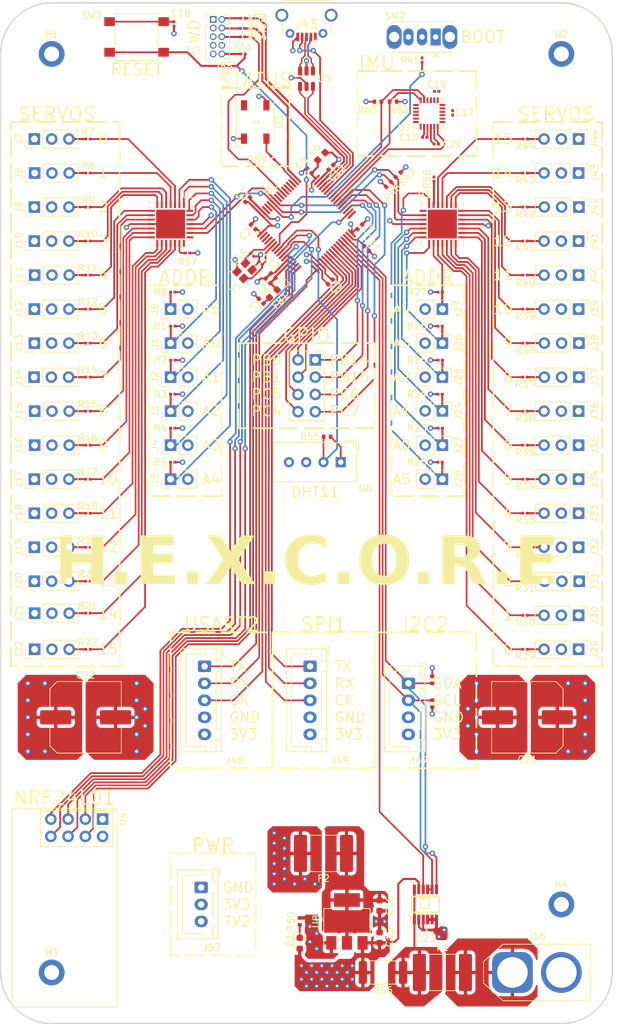
<source format=kicad_pcb>
(kicad_pcb (version 20221018) (generator pcbnew)
  (layers (0 "F.Cu" signal "FRONT SIG") (1 "In1.Cu" power "PWR") (2 "In2.Cu" power "GND") (31 "B.Cu" signal "BACK SIG") (34 "B.Paste" user) (35 "F.Paste" user) (36 "B.SilkS" user "B.Silkscreen") (37 "F.SilkS" user "F.Silkscreen") (38 "B.Mask" user) (39 "F.Mask" user) (44 "Edge.Cuts" user))
  (net 0 "")
  (net 1 "+3.3V")
  (net 2 "GND")
  (net 3 "+3.3VA")
  (net 4 "Net-(U1-VCAP_1)")
  (net 5 "Net-(U1-VCAP_2)")
  (net 6 "HSE_OUT")
  (net 7 "HSE_IN")
  (net 8 "+7.5V")
  (net 9 "/NO_FUSE_3V3")
  (net 10 "Net-(U7-CPOUT)")
  (net 11 "Net-(IC1-ADR1)")
  (net 12 "Net-(D1-K)")
  (net 13 "POW_MON")
  (net 14 "/BAT_POS")
  (net 15 "I2C2_SCL")
  (net 16 "I2C2_SDA")
  (net 17 "PWR_INT")
  (net 18 "U1A0")
  (net 19 "U1A1")
  (net 20 "U1A2")
  (net 21 "U1A3")
  (net 22 "U1A4")
  (net 23 "U1A5")
  (net 24 "Servo0")
  (net 25 "Servo1")
  (net 26 "Servo2")
  (net 27 "Servo3")
  (net 28 "Servo4")
  (net 29 "Servo5")
  (net 30 "Servo6")
  (net 31 "Servo7")
  (net 32 "Servo8")
  (net 33 "Servo9")
  (net 34 "Servo10")
  (net 35 "Servo11")
  (net 36 "Servo12")
  (net 37 "Servo13")
  (net 38 "Servo14")
  (net 39 "Servo15")
  (net 40 "U2A0")
  (net 41 "U2A1")
  (net 42 "U2A2")
  (net 43 "U2A3")
  (net 44 "U2A4")
  (net 45 "U2A5")
  (net 46 "Servo16")
  (net 47 "Servo17")
  (net 48 "Servo18")
  (net 49 "Servo19")
  (net 50 "Servo20")
  (net 51 "Servo21")
  (net 52 "Servo22")
  (net 53 "Servo23")
  (net 54 "Servo24")
  (net 55 "Servo25")
  (net 56 "Servo26")
  (net 57 "Servo27")
  (net 58 "Servo28")
  (net 59 "Servo29")
  (net 60 "Servo30")
  (net 61 "Servo31")
  (net 62 "VBUS")
  (net 63 "/USB_ESD_D-")
  (net 64 "/USB_ESD_D+")
  (net 65 "USB_ID")
  (net 66 "I2C1_SCL")
  (net 67 "I2C1_SDA")
  (net 68 "SPI1_MOSI")
  (net 69 "SPI1_MISO")
  (net 70 "SPI1_SCK")
  (net 71 "SPI2_MISO")
  (net 72 "SPI2_MOSI")
  (net 73 "SPI2_SCK")
  (net 74 "Net-(J55-~{RESET})")
  (net 75 "Net-(J55-SWDCLK{slash}TCK)")
  (net 76 "Net-(J55-SWDIO{slash}TMS)")
  (net 77 "Net-(J55-SWO{slash}TDO)")
  (net 78 "Net-(U2-LED0)")
  (net 79 "Net-(U2-LED1)")
  (net 80 "Net-(U2-LED2)")
  (net 81 "Net-(U2-LED3)")
  (net 82 "Net-(U2-LED4)")
  (net 83 "Net-(U2-LED5)")
  (net 84 "Net-(U2-LED6)")
  (net 85 "Net-(U2-LED7)")
  (net 86 "Net-(U2-LED8)")
  (net 87 "Net-(U2-LED9)")
  (net 88 "Net-(U2-LED10)")
  (net 89 "Net-(U2-LED11)")
  (net 90 "Net-(U2-LED12)")
  (net 91 "Net-(U2-LED13)")
  (net 92 "Net-(U2-LED14)")
  (net 93 "Net-(U2-LED15)")
  (net 94 "Net-(U3-LED0)")
  (net 95 "Net-(U3-LED1)")
  (net 96 "Net-(U3-LED2)")
  (net 97 "Net-(U3-LED3)")
  (net 98 "Net-(U3-LED4)")
  (net 99 "Net-(U3-LED5)")
  (net 100 "Net-(U3-LED6)")
  (net 101 "Net-(U3-LED7)")
  (net 102 "Net-(U3-LED8)")
  (net 103 "Net-(U3-LED9)")
  (net 104 "Net-(U3-LED10)")
  (net 105 "Net-(U3-LED11)")
  (net 106 "Net-(U3-LED12)")
  (net 107 "Net-(U3-LED13)")
  (net 108 "Net-(U3-LED14)")
  (net 109 "Net-(U3-LED15)")
  (net 110 "/BOOT0")
  (net 111 "/SW_BOOT0")
  (net 112 "NRST")
  (net 113 "SWDCLK")
  (net 114 "SWDIO")
  (net 115 "SWDO")
  (net 116 "DHT11_DA")
  (net 117 "Net-(U2-~{OE})")
  (net 118 "Net-(U3-~{OE})")
  (net 119 "/PC13")
  (net 120 "/PC14")
  (net 121 "/PC15")
  (net 122 "NRF_IRQ")
  (net 123 "NRF_CE")
  (net 124 "NRF_CSN")
  (net 125 "/PB0")
  (net 126 "/PB1")
  (net 127 "IMU_INT")
  (net 128 "/PB14")
  (net 129 "/PB15")
  (net 130 "/PC6")
  (net 131 "/PC7")
  (net 132 "USB_D-")
  (net 133 "USB_D+")
  (net 134 "/PB4")
  (net 135 "/PB5")
  (net 136 "/PB8")
  (net 155 "/RESET_CAP")
  (net 156 "USART2_TX")
  (net 157 "USART2_RX")
  (net 158 "USART2_CK")
  (net 159 "I2C3_SDA")
  (net 160 "I2C3_SCL")
  (net 161 "/PC4")
  (net 162 "/PC5")
  (net 163 "/PC12")
  (net 165 "/PB12")
  (net 166 "/PA9")
  (net 167 "/PB9")
  (net 169 "Net-(D3-DIN)")
  (net 170 "STATUS_IN")
  (net 171 "/PC10")
  (net 172 "/PC11")
  (footprint "Resistor_SMD:R_0201_0603Metric" (layer "F.Cu") (at 47.845 62.5)
    (fp_text reference "R9")
    (fp_text value "220")
  )
  (footprint "Package_TO_SOT_SMD:SOT-223-3_TabPin2" (layer "F.Cu") (at 85.95 167.5 90)
    (fp_text reference "U8")
    (fp_text value "AMS1117-3.3")
  )
  (footprint "Resistor_SMD:R_0201_0603Metric" (layer "F.Cu") (at 47.845 82.5)
    (fp_text reference "R13")
    (fp_text value "220")
  )
  (footprint "Resistor_SMD:R_0201_0603Metric" (layer "F.Cu") (at 112.155 127.5 180)
    (fp_text reference "R29")
    (fp_text value "220")
  )
  (footprint "Resistor_SMD:R_0201_0603Metric" (layer "F.Cu") (at 99.68 85 180)
    (fp_text reference "R25")
    (fp_text value "220")
  )
  (footprint "Resistor_SMD:R_0201_0603Metric" (layer "F.Cu") (at 62.5 69.25)
    (fp_text reference "R57")
    (fp_text value "220")
  )
  (footprint "Connector_PinHeader_2.54mm:PinHeader_1x03_P2.54mm_Vertical" (layer "F.Cu") (at 120.04 97.5 -90)
    (fp_text reference "J35")
    (fp_text value "Servo")
  )
  (footprint "Capacitor_SMD:C_0201_0603Metric" (layer "F.Cu") (at 73.254003 70.754003 135)
    (fp_text reference "C13")
    (fp_text value "10p")
  )
  (footprint "Capacitor_SMD:C_0402_1005Metric" (layer "F.Cu") (at 75.089411 72.589411 135)
    (fp_text reference "C7")
    (fp_text value "10n")
  )
  (footprint "Resistor_SMD:R_0201_0603Metric" (layer "F.Cu") (at 60.345 85)
    (fp_text reference "R2")
    (fp_text value "220")
  )
  (footprint "Connector_PinHeader_2.54mm:PinHeader_1x03_P2.54mm_Vertical" (layer "F.Cu") (at 120.04 72.5 -90)
    (fp_text reference "J40")
    (fp_text value "Servo")
  )
  (footprint "Resistor_SMD:R_0201_0603Metric" (layer "F.Cu") (at 47.845 77.5)
    (fp_text reference "R12")
    (fp_text value "220")
  )
  (footprint "Connector_PinHeader_2.54mm:PinHeader_1x02_P2.54mm_Vertical" (layer "F.Cu") (at 100 92.46 -90)
    (fp_text reference "J24")
    (fp_text value "U1A")
  )
  (footprint "Capacitor_SMD:C_0201_0603Metric" (layer "F.Cu") (at 60.5 35.595 90)
    (fp_text reference "C10")
    (fp_text value "100n")
  )
  (footprint "Connector_JST:JST_XH_B3B-XH-A_1x03_P2.50mm_Vertical" (layer "F.Cu") (at 64.5 162.5 -90)
    (fp_text reference "J57")
    (fp_text value "Conn_01x03")
  )
  (footprint "Resistor_SMD:R_0201_0603Metric" (layer "F.Cu") (at 112.155 57.5 180)
    (fp_text reference "R43")
    (fp_text value "220")
  )
  (footprint "Resistor_SMD:R_0201_0603Metric" (layer "F.Cu") (at 99.655 75 180)
    (fp_text reference "R27")
    (fp_text value "220")
  )
  (footprint "Connector_PinHeader_1.27mm:PinHeader_2x05_P1.27mm_Vertical" (layer "F.Cu") (at 66.27 34.92)
    (fp_text reference "J55")
    (fp_text value "Conn_ARM_JTAG_SWD_10")
  )
  (footprint "Package_DFN_QFN:QFN-28-1EP_6x6mm_P0.65mm_EP4.25x4.25mm" (layer "F.Cu") (at 100 65 90)
    (fp_text reference "U3")
    (fp_text value "PCA9685BS")
  )
  (footprint "Connector_JST:JST_XH_B4B-XH-A_1x04_P2.50mm_Vertical" (layer "F.Cu") (at 95 132.5 -90)
    (fp_text reference "J47")
    (fp_text value "Conn_01x04")
  )
  (footprint "Package_QFP:LQFP-64_10x10mm_P0.5mm" (layer "F.Cu") (at 80 65 45)
    (fp_text reference "U1")
    (fp_text value "STM32F405RGT6")
  )
  (footprint "Connector_PinHeader_2.54mm:PinHeader_1x03_P2.54mm_Vertical" (layer "F.Cu") (at 39.96 102.5 90)
    (fp_text reference "J17")
    (fp_text value "Servo")
  )
  (footprint "Capacitor_SMD:C_0402_1005Metric" (layer "F.Cu") (at 74.339411 73.339411 135)
    (fp_text reference "C8")
    (fp_text value "1u")
  )
  (footprint "Resistor_SMD:R_0201_0603Metric" (layer "F.Cu") (at 47.845 122.184567)
    (fp_text reference "R21")
    (fp_text value "220")
  )
  (footprint "Capacitor_SMD:C_0603_1608Metric" (layer "F.Cu") (at 82.201992 55.048008 45)
    (fp_text reference "C6")
    (fp_text value "10u")
  )
  (footprint "Capacitor_SMD:C_0201_0603Metric" (layer "F.Cu") (at 99.155 45.5 180)
    (fp_text reference "C19")
    (fp_text value "2n2")
  )
  (footprint "Resistor_SMD:R_0201_0603Metric" (layer "F.Cu") (at 47.845 52.5)
    (fp_text reference "R7")
    (fp_text value "220")
  )
  (footprint "Resistor_SMD:R_0201_0603Metric" (layer "F.Cu") (at 112.155 122.5 180)
    (fp_text reference "R30")
    (fp_text value "220")
  )
  (footprint "Connector_PinHeader_2.54mm:PinHeader_1x03_P2.54mm_Vertical" (layer "F.Cu") (at 39.96 112.5 90)
    (fp_text reference "J19")
    (fp_text value "Servo")
  )
  (footprint "Capacitor_SMD:C_0603_1608Metric" (layer "F.Cu") (at 90.75 169.875 90)
    (fp_text reference "C15")
    (fp_text value "22u")
  )
  (footprint "Resistor_SMD:R_0201_0603Metric" (layer "F.Cu") (at 97 40.905 90)
    (fp_text reference "R45")
    (fp_text value "10K")
  )
  (footprint "Resistor_SMD:R_0201_0603Metric" (layer "F.Cu") (at 47.845 72.5)
    (fp_text reference "R11")
    (fp_text value "220")
  )
  (footprint "Connector_PinHeader_2.54mm:PinHeader_1x03_P2.54mm_Vertical" (layer "F.Cu") (at 120.08 82.5 -90)
    (fp_text reference "J38")
    (fp_text value "Servo")
  )
  (footprint "Connector_JST:JST_XH_B5B-XH-A_1x05_P2.50mm_Vertical" (layer "F.Cu") (at 80.525 130 -90)
    (fp_text reference "J49")
    (fp_text value "Conn_01x05")
  )
  (footprint "Resistor_SMD:R_2512_6332Metric" (layer "F.Cu") (at 91.25 175 180)
    (fp_text reference "R56")
    (fp_text value "0.02")
  )
  (footprint "Button_Switch_THT:SW_Slide_1P2T_CK_OS102011MS2Q" (layer "F.Cu") (at 99 37.5 180)
    (fp_text reference "SW2")
    (fp_text value "SW_SPDT")
  )
  (footprint "Connector_PinHeader_2.54mm:PinHeader_1x03_P2.54mm_Vertical" (layer "F.Cu") (at 40 127.5 90)
    (fp_text reference "J22")
    (fp_text value "Servo")
  )
  (footprint "Sensor_Motion:InvenSense_QFN-24_4x4mm_P0.5mm" (layer "F.Cu") (at 98.05 48.75)
    (fp_text reference "U7")
    (fp_text value "MPU-6050")
  )
  (footprint "Resistor_SMD:R_0402_1005Metric" (layer "F.Cu") (at 92.74 47)
    (fp_text reference "R62")
    (fp_text value "2k2")
  )
  (footprint "Connector_PinHeader_2.54mm:PinHeader_1x03_P2.54mm_Vertical" (layer "F.Cu") (at 120.04 107.5 -90)
    (fp_text reference "J33")
    (fp_text value "Servo")
  )
  (footprint "Resistor_SMD:R_0201_0603Metric" (layer "F.Cu") (at 112.155 107.5 180)
    (fp_text reference "R33")
    (fp_text value "220")
  )
  (footprint "Resistor_SMD:R_0201_0603Metric" (layer "F.Cu") (at 74.993952 55.243952 135)
    (fp_text reference "R59")
    (fp_text value "220")
  )
  (footprint "Resistor_SMD:R_0201_0603Metric" (layer "F.Cu") (at 47.845 57.5)
    (fp_text reference "R8")
    (fp_text value "220")
  )
  (footprint "MountingHole:MountingHole_2.2mm_M2_DIN965_Pad" (layer "F.Cu") (at 117.5 40)
    (fp_text reference "H2")
    (fp_text value "MountingHole_Pad")
  )
  (footprint "Resistor_SMD:R_0201_0603Metric" (layer "F.Cu") (at 112.155 82.5 180)
    (fp_text reference "R38")
    (fp_text value "220")
  )
  (footprint "MountingHole:MountingHole_2.2mm_M2_DIN965_Pad" (layer "F.Cu") (at 117.5 165)
    (fp_text reference "H4")
    (fp_text value "MountingHole_Pad")
  )
  (footprint "Connector_PinHeader_2.54mm:PinHeader_1x03_P2.54mm_Vertical" (layer "F.Cu") (at 39.96 67.5 90)
    (fp_text reference "J10")
    (fp_text value "Servo")
  )
  (footprint "Resistor_SMD:R_0201_0603Metric" (layer "F.Cu") (at 60.345 80)
    (fp_text reference "R1")
    (fp_text value "220")
  )
  (footprint "Resistor_SMD:R_0201_0603Metric" (layer "F.Cu") (at 70.595 37.5 180)
    (fp_text reference "R54")
    (fp_text value "220")
  )
  (footprint "Capacitor_SMD:C_0402_1005Metric" (layer "F.Cu") (at 83.5 73.5 -135)
    (fp_text reference "C3")
    (fp_text value "100n")
  )
  (footprint "Connector_PinHeader_2.54mm:PinHeader_1x02_P2.54mm_Vertical" (layer "F.Cu") (at 100 102.5 -90)
    (fp_text reference "J28")
    (fp_text value "U1A")
  )
  (footprint "Capacitor_SMD:C_0201_0603Metric" (layer "F.Cu") (at 97.405 52.25)
    (fp_text reference "C18")
    (fp_text value "100n")
  )
  (footprint "Connector_AMASS:AMASS_XT60-M_1x02_P7.20mm_Vertical" (layer "F.Cu") (at 110.3 175)
    (fp_text reference "J56")
    (fp_text value "Conn_01x02")
  )
  (footprint "Connector_PinHeader_2.54mm:PinHeader_1x03_P2.54mm_Vertical" (layer "F.Cu") (at 39.96 77.5 90)
    (fp_text reference "J12")
    (fp_text value "Servo")
  )
  (footprint "Resistor_SMD:R_0201_0603Metric" (layer "F.Cu") (at 47.845 92.5)
    (fp_text reference "R15")
    (fp_text value "220")
  )
  (footprint "Connector_PinHeader_2.54mm:PinHeader_1x03_P2.54mm_Vertical" (layer "F.Cu") (at 120.04 122.5 -90)
    (fp_text reference "J30")
    (fp_text value "Servo")
  )
  (footprint "Resistor_SMD:R_0201_0603Metric" (layer "F.Cu") (at 60.32 90)
    (fp_text reference "R3")
    (fp_text value "220")
  )
  (footprint "Connector_PinHeader_2.54mm:PinHeader_1x03_P2.54mm_Vertical" (layer "F.Cu") (at 40 97.5 90)
    (fp_text reference "J16")
    (fp_text value "Servo")
  )
  (footprint "Resistor_SMD:R_0201_0603Metric" (layer "F.Cu") (at 70.655 40)
    (fp_text reference "R51")
    (fp_text value "220")
  )
  (footprint "Resistor_SMD:R_0201_0603Metric" (layer "F.Cu") (at 112.155 102.5 180)
    (fp_text reference "R34")
    (fp_text value "220")
  )
  (footprint "Resistor_SMD:R_0201_0603Metric" (layer "F.Cu") (at 99.68 95 180)
    (fp_text reference "R23")
    (fp_text value "220")
  )
  (footprint "Resistor_SMD:R_0201_0603Metric" (layer "F.Cu") (at 98.75 58.405 90)
    (fp_text reference "R58")
    (fp_text value "220")
  )
  (footprint "Capacitor_SMD:C_0402_1005Metric" (layer "F.Cu") (at 83.589411 56.660589 45)
    (fp_text reference "C12")
    (fp_text value "100n")
  )
  (footprint "Resistor_SMD:R_0402_1005Metric" (layer "F.Cu") (at 79 167.49 -90)
    (fp_text reference "R50")
    (fp_text value "2k2")
  )
  (footprint "Resistor_SMD:R_0201_0603Metric" (layer "F.Cu") (at 47.845 112.5)
    (fp_text reference "R19")
    (fp_text value "220")
  )
  (footprint "Connector_PinHeader_2.54mm:PinHeader_1x02_P2.54mm_Vertical" (layer "F.Cu") (at 100 87.5 -90)
    (fp_text reference "J25")
    (fp_text value "U1A")
  )
  (footprint "Connector_PinHeader_2.54mm:PinHeader_1x02_P2.54mm_Vertical" (layer "F.Cu") (at 60 92.5 90)
    (fp_text reference "J3")
    (fp_text value "U1A")
  )
  (footprint "Connector_PinHeader_2.54mm:PinHeader_1x03_P2.54mm_Vertical" (layer "F.Cu") (at 40 92.5 90)
    (fp_text reference "J15")
    (fp_text value "Servo")
  )
  (footprint "Connector_PinHeader_2.54mm:PinHeader_1x03_P2.54mm_Vertical" (layer "F.Cu") (at 39.96 107.5 90)
    (fp_text reference "J18")
    (fp_text value "Servo")
  )
  (footprint "Resistor_SMD:R_0201_0603Metric" (layer "F.Cu") (at 47.845 127.5)
    (fp_text reference "R22")
    (fp_text value "220")
  )
  (footprint "Capacitor_SMD:C_0402_1005Metric" (layer "F.Cu") (at 71.339411 61.410589 45)
    (fp_text reference "C1")
    (fp_text value "100n")
  )
  (footprint "Package_TO_SOT_SMD:SOT-23-6" (layer "F.Cu") (at 80 43.6375 -90)
    (fp_text reference "U5")
    (fp_text value "USBLC6-2SC6")
  )
  (footprint "Capacitor_SMD:C_Elec_10x10.2" (layer "F.Cu") (at 112.5 137.5 180)
    (fp_text reference "C21")
    (fp_text value "1000uF")
  )
  (footprint "Capacitor_SMD:C_0603_1608Metric" (layer "F.Cu") (at 90.75 165.175 -90)
    (fp_text reference "C16")
    (fp_text value "22u")
  )
  (footprint "Connector_PinHeader_2.54mm:PinHeader_1x02_P2.54mm_Vertical" (layer "F.Cu") (at 60 82.5 90)
    (fp_text reference "J1")
    (fp_text value "U1A")
  )
  (footprint "Resistor_SMD:R_0201_0603Metric" (layer "F.Cu") (at 112.155 97.5 180)
    (fp_text reference "R35")
    (fp_text value "220")
  )
  (footprint "Resistor_SMD:R_0201_0603Metric" (layer "F.Cu") (at 112.18 52.5 180)
    (fp_text reference "R44")
    (fp_text value "220")
  )
  (footprint "Inductor_SMD:L_0603_1608Metric" (layer "F.Cu") (at 75.121975 75.235669 -135)
    (fp_text reference "FB1")
    (fp_text value "120R")
  )
  (footprint "Fuse:Fuse_2920_7451Metric" (layer "F.Cu") (at 100 175)
    (fp_text reference "F1")
    (fp_text value "TLC-LSMD300")
  )
  (footprint "Connector_PinHeader_2.54mm:PinHeader_1x03_P2.54mm_Vertical" (layer "F.Cu") (at 39.96 82.5 90)
    (fp_text reference "J13")
    (fp_text value "Servo")
  )
  (footprint "Connector_PinHeader_2.54mm:PinHeader_1x03_P2.54mm_Vertical" (layer "F.Cu") (at 120.04 57.5 -90)
    (fp_text reference "J43")
    (fp_text value "Servo")
  )
  (footprint "Resistor_SMD:R_0201_0603Metric" (layer "F.Cu") (at 112.155 92.5 180)
    (fp_text reference "R36")
    (fp_text value "220")
  )
  (footprint "Resistor_SMD:R_0402_1005Metric" (layer "F.Cu") (at 90.5 47.01)
    (fp_text reference "R63")
    (fp_text value "2k2")
  )
  (footprint "Resistor_SMD:R_0201_0603Metric" (layer "F.Cu") (at 47.845 67.5)
    (fp_text reference "R10")
    (fp_text value "220")
  )
  (footprint "Connector_PinHeader_2.54mm:PinHeader_1x02_P2.54mm_Vertical" (layer "F.Cu") (at 60 97.5 90)
    (fp_text reference "J4")
    (fp_text value "U1A")
  )
  (footprint "Capacitor_SMD:C_0201_0603Metric" (layer "F.Cu") (at 99.095 53.25 180)
    (fp_text reference "C20")
    (fp_text value "100n")
  )
  (footprint "Connector_PinHeader_2.54mm:PinHeader_1x03_P2.54mm_Vertical" (layer "F.Cu") (at 120.04 67.5 -90)
    (fp_text reference "J41")
    (fp_text value "Servo")
  )
  (footprint "Resistor_SMD:R_0402_1005Metric" (layer "F.Cu") (at 98.5 131.99 90)
    (fp_text reference "R48" hide)
    (fp_text value "2k2")
  )
  (footprint "Connector_PinHeader_2.54mm:PinHeader_1x03_P2.54mm_Vertical" (layer "F.Cu") (at 120.04 92.5 -90)
    (fp_text reference "J36")
    (fp_text value "Servo")
  )
  (footprint "Resistor_SMD:R_0201_0603Metric" (layer "F.Cu") (at 112.155 67.5 180)
    (fp_text reference "R41")
    (fp_text value "220")
  )
  (footprint "Connector_PinHeader_2.54mm:PinHeader_1x03_P2.54mm_Vertical" (layer "F.Cu") (at 120.08 62.5 -90)
    (fp_text reference "J42")
    (fp_text value "Servo")
  )
  (footprint "Connector_PinHeader_2.54mm:PinHeader_1x03_P2.54mm_Vertical" (layer "F.Cu") (at 39.920001 87.5 90)
    (fp_text reference "J14")
    (fp_text value "Servo")
  )
  (footprint "Connector_PinHeader_2.54mm:PinHeader_1x03_P2.54mm_Vertical" (layer "F.Cu") (at 40 72.5 90)
    (fp_text reference "J11")
    (fp_text value "Servo")
  )
  (footprint "Capacitor_SMD:C_0201_0603Metric" (layer "F.Cu") (at 97.655 168.75 180)
    (fp_text reference "C23")
    (fp_text value "0.1uF")
  )
  (footprint "Connector_PinHeader_2.54mm:PinHeader_1x02_P2.54mm_Vertical" (layer "F.Cu") (at 60 102.5 90)
    (fp_text reference "J5")
    (fp_text value "U1A")
  )
  (footprint "Connector_PinHeader_2.54mm:PinHeader_1x03_P2.54mm_Vertical" (layer "F.Cu") (at 39.96 52.5 90)
    (fp_text reference "J7")
    (fp_text value "Servo")
  )
  (footprint "Connector_PinHeader_2.54mm:PinHeader_1x03_P2.54mm_Vertical" (layer "F.Cu") (at 40 122.2 90)
    (fp_text reference "J21")
    (fp_text value "Servo")
  )
  (footprint "Crystal:Crystal_SMD_2520-4Pin_2.5x2.0mm" (layer "F.Cu") (at 70.886307 71.873744 -135)
    (fp_text reference "Y1")
    (fp_text value "16Mhz")
  )
  (footprint "Resistor_SMD:R_0201_0603Metric" (layer "F.Cu") (at 47.845 102.5)
    (fp_text reference "R17")
    (fp_text value "220")
  )
  (footprint "Connector_PinHeader_2.54mm:PinHeader_1x02_P2.54mm_Vertical" (layer "F.Cu") (at 100 97.5 -90)
    (fp_text reference "J23")
    (fp_text value "U1A")
  )
  (footprint "Connector_PinHeader_2.54mm:PinHeader_1x02_P2.54mm_Vertical" (layer "F.Cu") (at 60 87.5 90)
    (fp_text reference "J2")
    (fp_text value "U1A")
  )
  (footprint "Capacitor_SMD:C_0402_1005Metric" (layer "F.Cu") (at 80.410589 57.160589 135)
    (fp_text reference "C5")
    (fp_text value "100n")
  )
  (footprint "Capacitor_SMD:C_0402_1005Metric" (layer "F.Cu") (at 73.339411 76.339411 135)
    (fp_text reference "C9")
    (fp_text value "1u")
  )
  (footprint "Resistor_SMD:R_0201_0603Metric" (layer "F.Cu") (at 112.155 87.5 180)
    (fp_text reference "R37")
    (fp_text value "220")
  )
  (footprint "Resistor_SMD:R_0201_0603Metric" (layer "F.Cu") (at 70.595 36.25 180)
    (fp_text reference "R52")
    (fp_text value "220")
  )
  (footprint "LED_SMD:LED_0603_1608Metric" (layer "F.Cu") (at 79 170.7125 -90)
    (fp_text reference "D1")
    (fp_text value "RED")
  )
  (footprint "Connector_PinHeader_2.54mm:PinHeader_1x03_P2.54mm_Vertical" (layer "F.Cu") (at 120.08 87.5 -90)
    (fp_text reference "J37")
    (fp_text value "Servo")
  )
  (footprint "Resistor_SMD:R_0402_1005Metric" (layer "F.Cu") (at 83.03 96.25 180)
    (fp_text reference "R55")
    (fp_text value "5k")
  )
  (footprint "Connector_PinHeader_2.54mm:PinHeader_1x02_P2.54mm_Vertical" (layer "F.Cu") (at 100 77.5 -90)
    (fp_text reference "J27")
    (fp_text value "U1A")
  )
  (footprint "Capacitor_SMD:C_Elec_10x10.2" (layer "F.Cu") (at 47.5 137.5)
    (fp_text reference "C22")
    (fp_text value "1000uF")
  )
  (footprint "Resistor_SMD:R_0402_1005Metric" (layer "F.Cu") (at 93.485624 57.764376 -135)
    (fp_text reference "R47")
    (fp_text value "2k2")
  )
  (footprint "Capacitor_SMD:C_0402_1005Metric" (layer "F.Cu") (at 87.839411 65.410589 45)
    (fp_text reference "C4")
    (fp_text value "100n")
  )
  (footprint "Resistor_SMD:R_0201_0603Metric" (layer "F.Cu") (at 99.655 90 180)
    (fp_text reference "R24")
    (fp_text value "220")
  )
  (footprint "Capacitor_SMD:C_0402_1005Metric" (layer "F.Cu") (at 88.839411 68.589411 -45)
    (fp_text reference "C11")
    (fp_text value "100n")
  )
  (footprint "#Custom Stuff:SOP65P490X110-12N" (layer "F.Cu") (at 97.5 165 90)
    (fp_text reference "IC1")
    (fp_text value "LTC2945CMS#PBF" hide)
  )
  (footprint "Resistor_SMD:R_0201_0603Metric" (layer "F.Cu") (at 112.155 72.5 180)
    (fp_text reference "R40")
    (fp_text value "220")
  )
  (footprint "MountingHole:MountingHole_2.2mm_M2_DIN965_Pad" (layer "F.Cu") (at 42.5 175)
    (fp_text reference "H3")
    (fp_text value "MountingHole_Pad")
  )
  (footprint "Resistor_SMD:R_0201_0603Metric" (layer "F.Cu") (at 112.155 112.5 180)
    (fp_text reference "R32")
    (fp_text value "220")
  )
  (footprint "Resistor_SMD:R_0201_0603Metric" (layer "F.Cu") (at 47.845 87.5)
    (fp_text reference "R14")
    (fp_text value "220")
  )
  (footprint "Connector_PinHeader_2.54mm:PinHeader_1x03_P2.54mm_Vertical" (layer "F.Cu") (at 120.04 112.5 -90)
    (fp_text reference "J32")
    (fp_text value "Servo")
  )
  (footprint "Connector_PinSocket_2.54mm:PinSocket_2x04_P2.54mm_Vertical" (layer "F.Cu") (at 81.29 84.96)
    (fp_text reference "J46" hide)
    (fp_text value "Conn_02x04_Counter_Clockwise")
  )
  (footprint "Capacitor_SMD:C_0402_1005Metric" (layer "F.Cu") (at 72.160589 65.410589 135)
    (fp_text reference "C2")
    (fp_text value "100n")
  )
  (footprint "Connector_PinHeader_2.54mm:PinHeader_1x03_P2.54mm_Vertical" (layer "F.Cu") (at 120.119999 117.5 -90)
    (fp_text reference "J31")
    (fp_text value "Servo")
  )
  (footprint "Connector_PinHeader_2.54mm:PinHeader_1x03_P2.54mm_Vertical" (layer "F.Cu") (at 120.04 102.5 -90)
    (fp_text reference "J34")
    (fp_text value "Servo")
  )
  (footprint "Resistor_SMD:R_0201_0603Metric" (layer "F.Cu") (at 47.845 97.5)
    (fp_text reference "R16")
    (fp_text value "220")
  )
  (footprint "MountingHole:MountingHole_2.2mm_M2_DIN965_Pad" (layer "F.Cu") (at 42.5 40)
    (fp_text reference "H1")
    (fp_text value "MountingHole_Pad")
  )
  (footprint "Resistor_SMD:R_0201_0603Metric" (layer "F.Cu") (at 70.655 34.75 180)
    (fp_text reference "R53")
    (fp_text value "220")
  )
  (footprint "Resistor_SMD:R_0201_0603Metric" (layer "F.Cu") (at 112.155 62.5 180)
    (fp_text reference "R42")
    (fp_text value "220")
  )
  (footprint "Connector_PinHeader_2.54mm:PinHeader_1x03_P2.54mm_Vertical" (layer "F.Cu") (at 120.04 127.5 -90)
    (fp_text reference "J29")
    (fp_text value "Servo")
  )
  (footprint "Connector_PinHeader_2.54mm:PinHeader_1x03_P2.54mm_Vertical" (layer "F.Cu") (at 120.04 52.5 -90)
    (fp_text reference "J44")
    (fp_text value "Servo")
  )
  (footprint "Connector_PinHeader_2.54mm:PinHeader_1x03_P2.54mm_Vertical" (layer "F.Cu") (at 120.04 77.5 -90)
    (fp_text reference "J39")
    (fp_text value "Servo")
  )
  (footprint "Connector_PinHeader_2.54mm:PinHeader_1x03_P2.54mm_Vertical" (layer "F.Cu") (at 40 57.5 90)
    (fp_text reference "J8")
    (fp_text value "Servo")
  )
  (footprint "Button_Switch_SMD:SW_SPST_B3S-1000" (layer "F.Cu") (at 55 37.5 180)
    (fp_text reference "SW3")
    (fp_text value "SW_SPST")
  )
  (footprint "LED_SMD:LED_WS2812B_PLCC4_5.0x5.0mm_P3.2mm" (layer "F.Cu") (at 72.45 50 -90)
    (fp_text reference "D3")
    (fp_text value "WS2812B")
  )
  (footprint "Resistor_SMD:R_0201_0603Metric" (layer "F.Cu") (at 60.32 75)
    (fp_text reference "R6")
    (fp_text value "220")
  )
  (footprint "Connector_PinHeader_2.54mm:PinHeader_1x02_P2.54mm_Vertical" (layer "F.Cu") (at 100 82.5 -90)
    (fp_text reference "J26")
    (fp_text value "U1A")
  )
  (footprint "Resistor_SMD:R_0201_0603Metric" (layer "F.Cu") (at 47.845 107.5)
    (fp_text reference "R18")
    (fp_text value "220")
  )
  (footprint "Sensor:Aosong_DHT11_5.5x12.0_P2.54mm" (layer "F.Cu") (at 85.04 100 -90)
    (fp_text reference "U6")
    (fp_text value "DHT11")
  )
  (footprint "Resistor_SMD:R_0201_0603Metric" (layer "F.Cu") (at 99.655 80 180)
    (fp_text reference "R26")
    (fp_text value "220")
  )
  (footprint "Capacitor_SMD:C_0201_0603Metric" (layer "F.Cu") (at 72.016099 69.516099 -45)
    (fp_text reference "C14")
    (fp_text value "10p")
  )
  (footprint "Resistor_SMD:R_0201_0603Metric" (layer "F.Cu") (at 47.845 117.5)
    (fp_text reference "R20")
    (fp_text value "220")
  )
  (footprint "Package_DFN_QFN:QFN-28-1EP_6x6mm_P0.65mm_EP4.25x4.25mm" (layer "F.Cu") (at 60 65 -90)
    (fp_text reference "U2")
    (fp_text value "PCA9685BS")
  )
  (footprint "Capacitor_SMD:C_0201_0603Metric" (layer "F.Cu") (at 101.5 48.655 90)
    (fp_text reference "C17")
    (fp_text value "10n")
  )
  (footprint "Resistor_SMD:R_0201_0603Metric" (layer "F.Cu") (at 112.155 77.5 180)
    (fp_text reference "R39")
    (fp_text value "220")
  )
  (footprint "Resistor_SMD:R_0201_0603Metric" (layer "F.Cu") (at 60.32 95)
    (fp_text reference "R4")
    (fp_text value "220")
  )
  (footprint "Connector_PinHeader_2.54mm:PinHeader_1x03_P2.54mm_Vertical" (layer "F.Cu") (at 39.96 117.5 90)
    (fp_text reference "J20")
    (fp_text value "Servo")
  )
  (footprint "Resistor_SMD:R_0402_1005Metric" (layer "F.Cu") (at 92.078482 59.171518 -135)
    (fp_text reference "R46")
    (fp_text value "2k2")
  )
  (footprint "Resistor_SMD:R_0201_0603Metric" (layer "F.Cu") (at 99.655 100 180)
    (fp_text reference "R28")
    (fp_text value "220")
  )
  (footprint "#Custom Stuff:MICROXNJ" (layer "F.Cu") (at 80 34.3)
    (fp_text reference "J45")
    (fp_text value "USB_B_Micro" hide)
  )
  (footprint "Fuse:Fuse_2920_7451Metric" (layer "F.Cu") (at 82.5 157.5 180)
    (fp_text reference "F2")
    (fp_text value "TLC_LSMD050")
  )
  (footprint "RF_Module:nRF24L01_Breakout" (layer "F.Cu") (at 50 152.46 -90)
    (fp_text reference "U4")
    (fp_text value "NRF24L01_Breakout")
  )
  (footprint "Connector_PinHeader_2.54mm:PinHeader_1x02_P2.54mm_Vertical" (layer "F.Cu") (at 60 77.5 90)
    (fp_text reference "J6")
    (fp_text value "U1A")
  )
  (footprint "Resistor_SMD:R_0201_0603Metric" (layer "F.Cu") (at 60.32 100)
    (fp_text reference "R5")
    (fp_text value "220")
  )
  (footprint "Connector_JST:JST_XH_B5B-XH-A_1x05_P2.50mm_Vertical" (layer "F.Cu") (at 65 130 -90)
    (fp_text reference "J48")
    (fp_text value "Conn_01x05")
  )
  (footprint "Resistor_SMD:R_0201_0603Metric" (layer "F.Cu") (at 112.155 117.5 180)
    (fp_text reference "R31")
    (fp_text value "220")
  )
  (footprint "Connector_PinHeader_2.54mm:PinHeader_1x03_P2.54mm_Vertical" (layer "F.Cu") (at 39.96 62.5 90)
    (fp_text reference "J9")
    (fp_text value "Servo")
  )
  (footprint "Resistor_SMD:R_0402_1005Metric" (layer "F.Cu") (at 98.5 135.49 90)
    (fp_text reference "R49" hide)
    (fp_text value "2k2")
  )
  (gr_rect (start 90 125) (end 105 145) (stroke (width 0.25) (type dash)) (fill none) (layer "F.SilkS"))
  (gr_rect (start 87.5 42.5) (end 105 55) (stroke (width 0.25) (type dash)) (fill none) (layer "F.SilkS"))
  (gr_rect (start 107.5 50) (end 123.5 130) (stroke (width 0.25) (type dash)) (fill none) (layer "F.SilkS"))
  (gr_rect (start 56.75 74) (end 67.5 105) (stroke (width 0.25) (type dash)) (fill none) (layer "F.SilkS"))
  (gr_rect (start 92.5 74) (end 103.25 105) (stroke (width 0.25) (type dash)) (fill none) (layer "F.SilkS"))
  (gr_rect (start 70 82.5) (end 90 95) (stroke (width 0.25) (type dash)) (fill none) (layer "F.SilkS"))
  (gr_rect (start 60 125) (end 75 145) (stroke (width 0.25) (type dash)) (fill none) (layer "F.SilkS"))
  (gr_rect (start 60 157.5) (end 72.5 172.5) (stroke (width 0.25) (type dash)) (fill none) (layer "F.SilkS"))
  (gr_rect (start 36.5 50) (end 52.5 130) (stroke (width 0.25) (type dash)) (fill none) (layer "F.SilkS"))
  (gr_rect (start 75 125) (end 90 145) (stroke (width 0.25) (type dash)) (fill none) (layer "F.SilkS"))
  (gr_rect (start 67.5 45) (end 77.5 56.5) (stroke (width 0.25) (type dash)) (fill none) (layer "F.SilkS"))
  (gr_arc (start 117.5 32.5) (mid 122.803301 34.696699) (end 125 40) (stroke (width 0.2)) (layer "Edge.Cuts"))
  (gr_line (start 42.5 32.5) (end 117.5 32.5) (stroke (width 0.2)) (layer "Edge.Cuts"))
  (gr_line (start 125 40) (end 125 175) (stroke (width 0.2)) (layer "Edge.Cuts"))
  (gr_line (start 117.5 182.5) (end 42.5 182.5) (stroke (width 0.2)) (layer "Edge.Cuts"))
  (gr_line (start 35 175) (end 35 40) (stroke (width 0.2)) (layer "Edge.Cuts"))
  (gr_arc (start 35 40) (mid 37.196699 34.6967) (end 42.5 32.5) (stroke (width 0.2)) (layer "Edge.Cuts"))
  (gr_arc (start 42.5 182.5) (mid 37.196699 180.303301) (end 35 175) (stroke (width 0.2)) (layer "Edge.Cuts"))
  (gr_arc (start 125 175) (mid 122.803301 180.303301) (end 117.5 182.5) (stroke (width 0.2)) (layer "Edge.Cuts"))
  (gr_text "A4" (at 95.5 77.5) (layer "F.SilkS") (effects (font (size 1.5 1.5) (thickness 0.2)) (justify right)))
  (gr_text "I2C2" (at 97.5 125) (layer "F.SilkS") (effects (font (size 2 2) (thickness 0.25)) (justify bottom)))
  (gr_text "5" (at 110.5 102.5) (layer "F.SilkS") (effects (font (size 1.5 1.5) (thickness 0.2)) (justify right)))
  (gr_text "13" (at 49.25 117.5) (layer "F.SilkS") (effects (font (size 1.5 1.5) (thickness 0.2)) (justify left)))
  (gr_text "11" (at 49.25 107.5) (layer "F.SilkS") (effects (font (size 1.5 1.5) (thickness 0.2)) (justify left)))
  (gr_text "A5" (at 64.5 77.5) (layer "F.SilkS") (effects (font (size 1.5 1.5) (thickness 0.2)) (justify left)))
  (gr_text "12" (at 49.25 112.5) (layer "F.SilkS") (effects (font (size 1.5 1.5) (thickness 0.2)) (justify left)))
  (gr_text "TX" (at 68.5 130) (layer "F.SilkS") (effects (font (size 1.5 1.5) (thickness 0.2)) (justify left)))
  (gr_text "RESET" (at 55 41.25) (layer "F.SilkS") (effects (font (size 1.7 1.7) (thickness 0.2)) (justify top)))
  (gr_text "H.E.X.C.O.R.E" (at 80 115) (layer "F.SilkS") (effects (font (size 7 7) (thickness 0.3) bold)))
  (gr_text "8" (at 49.25 92.5) (layer "F.SilkS") (effects (font (size 1.5 1.5) (thickness 0.2)) (justify left)))
  (gr_text "3" (at 49.25 67.5) (layer "F.SilkS") (effects (font (size 1.5 1.5) (thickness 0.2)) (justify left)))
  (gr_text "PC4" (at 76.5 92.5) (layer "F.SilkS") (effects (font (size 1.5 1.5) (thickness 0.2)) (justify right)))
  (gr_text "A1" (at 64.5 87.5) (layer "F.SilkS") (effects (font (size 1.5 1.5) (thickness 0.2)) (justify left)))
  (gr_text "SCL" (at 98.46 135) (layer "F.SilkS") (effects (font (size 1.5 1.5) (thickness 0.2)) (justify left)))
  (gr_text "A0" (at 64.5 82.5) (layer "F.SilkS") (effects (font (size 1.5 1.5) (thickness 0.2)) (justify left)))
  (gr_text "3" (at 110.5 112.5) (layer "F.SilkS") (effects (font (size 1.5 1.5) (thickness 0.2)) (justify right)))
  (gr_text "3V3" (at 68.5 140) (layer "F.SilkS") (effects (font (size 1.5 1.5) (thickness 0.2)) (justify left)))
  (gr_text "ADDR" (at 62.125 74) (layer "F.SilkS") (effects (font (size 2 2) (thickness 0.25)) (justify bottom)))
  (gr_text "1" (at 110.5 122.5) (layer "F.SilkS") (effects (font (size 1.5 1.5) (thickness 0.2)) (justify right)))
  (gr_text "3V3" (at 67.5 165) (layer "F.SilkS") (effects (font (size 1.5 1.5) (thickness 0.2)) (justify left)))
  (gr_text "SERVOS" (at 116.75 50) (layer "F.SilkS") (effects (font (size 2 2) (thickness 0.25)) (justify bottom)))
  (gr_text "11" (at 110.5 72.5) (layer "F.SilkS") (effects (font (size 1.5 1.5) (thickness 0.2)) (justify right)))
  (gr_text "A3" (at 64.5 97.5) (layer "F.SilkS") (effects (font (size 1.5 1.5) (thickness 0.2)) (justify left)))
  (gr_text "A2" (at 64.5 92.5) (layer "F.SilkS") (effects (font (size 1.5 1.5) (thickness 0.2)) (justify left)))
  (gr_text "SERVOS" (at 43.25 50) (layer "F.SilkS") (effects (font (size 2 2) (thickness 0.25)) (justify bottom)))
  (gr_text "7" (at 49.25 87.5) (layer "F.SilkS") (effects (font (size 1.5 1.5) (thickness 0.2)) (justify left)))
  (gr_text "PC6" (at 83.25 90) (layer "F.SilkS") (effects (font (size 1.5 1.5) (thickness 0.2)) (justify left)))
  (gr_text "NRF24L01" (at 44.375 150.5) (layer "F.SilkS") (effects (font (size 2 2) (thickness 0.25)) (justify bottom)))
  (gr_text "RX" (at 84 132.5) (layer "F.SilkS") (effects (font (size 1.5 1.5) (thickness 0.2)) (justify left)))
  (gr_text "RX" (at 68.5 132.5) (layer "F.SilkS") (effects (font (size 1.5 1.5) (thickness 0.2)) (justify left)))
  (gr_text "5" (at 49.25 77.5) (layer "F.SilkS") (effects (font (size 1.5 1.5) (thickness 0.2)) (justify left)))
  (gr_text "7" (at 110.5 92.5) (layer "F.SilkS") (effects (font (size 1.5 1.5) (thickness 0.2)) (justify right)))
  (gr_text "CK" (at 83.96 135) (layer "F.SilkS") (effects (font (size 1.5 1.5) (thickness 0.2)) (justify left)))
  (gr_text "4" (at 49.25 72.5) (layer "F.SilkS") (effects (font (size 1.5 1.5) (thickness 0.2)) (justify left)))
  (gr_text "3V3" (at 84 140) (layer "F.SilkS") (effects (font (size 1.5 1.5) (thickness 0.2)) (justify left)))
  (gr_text "A1" (at 95.5 92.5) (layer "F.SilkS") (effects (font (size 1.5 1.5) (thickness 0.2)) (justify right)))
  (gr_text "PB15" (at 83.25 87.5) (layer "F.SilkS") (effects (font (size 1.5 1.5) (thickness 0.2)) (justify left)))
  (gr_text "2" (at 110.5 117.5) (layer "F.SilkS") (effects (font (size 1.5 1.5) (thickness 0.2)) (justify right)))
  (gr_text "SDA" (at 98.5 132.5) (layer "F.SilkS") (effects (font (size 1.5 1.5) (thickness 0.2)) (justify left)))
  (gr_text "PB14" (at 83.25 85) (layer "F.SilkS") (effects (font (size 1.5 1.5) (thickness 0.2)) (justify left)))
  (gr_text "9" (at 49.25 97.5) (layer "F.SilkS") (effects (font (size 1.5 1.5) (thickness 0.2)) (justify left)))
  (gr_text "USART2" (at 67.5 125) (layer "F.SilkS") (effects (font (size 2 2) (thickness 0.25)) (justify bottom)))
  (gr_text "4" (at 110.5 107.5) (layer "F.SilkS") (effects (font (size 1.5 1.5) (thickness 0.2)) (justify right)))
  (gr_text "BOOT" (at 102.5 37.5) (layer "F.SilkS") (effects (font (size 1.7 1.7) (thickness 0.2)) (justify left)))
  (gr_text "15" (at 110.5 52.5) (layer "F.SilkS") (effects (font (size 1.5 1.5) (thickness 0.2)) (justify right)))
  (gr_text "10" (at 110.5 77.5) (layer "F.SilkS") (effects (font (size 1.5 1.5) (thickness 0.2)) (justify right)))
  (gr_text "PC5" (at 76.5 90) (layer "F.SilkS") (effects (font (size 1.5 1.5) (thickness 0.2)) (justify right)))
  (gr_text "2" (at 49.25 62.5) (layer "F.SilkS") (effects (font (size 1.5 1.5) (thickness 0.2)) (justify left)))
  (gr_text "14" (at 49.25 122.25) (layer "F.SilkS") (effects (font (size 1.5 1.5) (thickness 0.2)) (justify left)))
  (gr_text "7V2" (at 67.5 167.5) (layer "F.SilkS") (effects (font (size 1.5 1.5) (thickness 0.2)) (justify left)))
  (gr_text "10" (at 49.25 102.5) (layer "F.SilkS") (effects (font (size 1.5 1.5) (thickness 0.2)) (justify left)))
  (gr_text "PB0" (at 76.5 85) (layer "F.SilkS") (effects (font (size 1.5 1.5) (thickness 0.2)) (justify right)))
  (gr_text "ADDR" (at 97.875 74) (layer "F.SilkS") (effects (font (size 2 2) (thickness 0.25)) (justify bottom)))
  (gr_text "15" (at 49.25 127.5) (layer "F.SilkS") (effects (font (size 1.5 1.5) (thickness 0.2)) (justify left)))
  (gr_text "A0" (at 95.5 97.5) (layer "F.SilkS") (effects (font (size 1.5 1.5) (thickness 0.2)) (justify right)))
  (gr_text "A2" (at 95.5 87.5) (layer "F.SilkS") (effects (font (size 1.5 1.5) (thickness 0.2)) (justify right)))
  (gr_text "SPI1" (at 82.5 125) (layer "F.SilkS") (effects (font (size 2 2) (thickness 0.25)) (justify bottom)))
  (gr_text "GND" (at 98.497355 137.507932) (layer "F.SilkS") (effects (font (size 1.5 1.5) (thickness 0.2)) (justify left)))
  (gr_text "TX" (at 84 130) (layer "F.SilkS") (effects (font (size 1.5 1.5) (thickness 0.2)) (justify left)))
  (gr_text "A4" (at 64.5 102.5) (layer "F.SilkS") (effects (font (size 1.5 1.5) (thickness 0.2)) (justify left)))
  (gr_text "6" (at 110.5 97.5) (layer "F.SilkS") (effects (font (size 1.5 1.5) (thickness 0.2)) (justify right)))
  (gr_text "12" (at 110.5 67.5) (layer "F.SilkS") (effects (font (size 1.5 1.5) (thickness 0.2)) (justify right)))
  (gr_text "9" (at 110.5 82.5) (layer "F.SilkS") (effects (font (size 1.5 1.5) (thickness 0.2)) (justify right)))
  (gr_text "STATUS" (at 72.5 45) (layer "F.SilkS") (effects (font (size 2 2) (thickness 0.25)) (justify bottom)))
  (gr_text "PWR" (at 66.25 157.5) (layer "F.SilkS") (effects (font (size 2 2) (thickness 0.25)) (justify bottom)))
  (gr_text "DHT11" (at 81.25 103.5) (layer "F.SilkS") (effects (font (size 1.5 1.5) (thickness 0.2)) (justify top)))
  (gr_text "GND" (at 67.5 162.5) (layer "F.SilkS") (effects (font (size 1.5 1.5) (thickness 0.2)) (justify left)))
  (gr_text "PB1" (at 76.5 87.5) (layer "F.SilkS") (effects (font (size 1.5 1.5) (thickness 0.2)) (justify right)))
  (gr_text "3V3" (at 98.5 140) (layer "F.SilkS") (effects (font (size 1.5 1.5) (thickness 0.2)) (justify left)))
  (gr_text "0" (at 49.25 52.5) (layer "F.SilkS") (effects (font (size 1.5 1.5) (thickness 0.2)) (justify left)))
  (gr_text "SWD" (at 64.5 37.5 90) (layer "F.SilkS") (effects (font (size 1.7 1.7) (thickness 0.2)) (justify bottom)))
  (gr_text "IMU" (at 87.5 42.5) (layer "F.SilkS") (effects (font (size 2 2) (thickness 0.25)) (justify left bottom)))
  (gr_text "GND" (at 68.497355 137.507932) (layer "F.SilkS") (effects (font (size 1.5 1.5) (thickness 0.2)) (justify left)))
  (gr_text "A5" (at 95.5 102.5) (layer "F.SilkS") (effects (font (size 1.5 1.5) (thickness 0.2)) (justify right)))
  (gr_text "PC7" (at 83.25 92.5) (layer "F.SilkS") (effects (font (size 1.5 1.5) (thickness 0.2)) (justify left)))
  (gr_text "GPIO" (at 80 82.5) (layer "F.SilkS") (effects (font (size 2 2) (thickness 0.25)) (justify bottom)))
  (gr_text "CK" (at 68.46 135) (layer "F.SilkS") (effects (font (size 1.5 1.5) (thickness 0.2)) (justify left)))
  (gr_text "GND" (at 83.997355 137.507932) (layer "F.SilkS") (effects (font (size 1.5 1.5) (thickness 0.2)) (justify left)))
  (gr_text "6" (at 49.25 82.5) (layer "F.SilkS") (effects (font (size 1.5 1.5) (thickness 0.2)) (justify left)))
  (gr_text "1" (at 49.25 57.5) (layer "F.SilkS") (effects (font (size 1.5 1.5) (thickness 0.2)) (justify left)))
  (gr_text "A3" (at 95.5 82.5) (layer "F.SilkS") (effects (font (size 1.5 1.5) (thickness 0.2)) (justify right)))
  (gr_text "13" (at 110.5 62.5) (layer "F.SilkS") (effects (font (size 1.5 1.5) (thickness 0.2)) (justify right)))
  (gr_text "8" (at 110.5 87.5) (layer "F.SilkS") (effects (font (size 1.5 1.5) (thickness 0.2)) (justify right)))
  (gr_text "14" (at 110.5 57.5) (layer "F.SilkS") (effects (font (size 1.5 1.5) (thickness 0.2)) (justify right)))
  (gr_text "0" (at 110.5 127.5) (layer "F.SilkS") (effects (font (size 1.5 1.5) (thickness 0.2)) (justify right)))
  (segment (start 80.610912 69.5) (end 80 69.5) (width 0.25) (layer "F.Cu") (net 1))
  (segment (start 71 61.75) (end 71.4467 61.75) (width 0.3) (layer "F.Cu") (net 1))
  (segment (start 71.4467 61.75) (end 73.335519 63.638819) (width 0.3) (layer "F.Cu") (net 1))
  (segment (start 97.3 51.843959) (end 97.085 52.058959) (width 0.25) (layer "F.Cu") (net 1))
  (segment (start 93.846248 57.403752) (end 94.625 56.625) (width 0.25) (layer "F.Cu") (net 1))
  (segment (start 62.8375 65) (end 64.700804 65) (width 0.25) (layer "F.Cu") (net 1))
  (segment (start 82.759189 71.648277) (end 82.759189 72.259189) (width 0.25) (layer "F.Cu") (net 1))
  (segment (start 82.068287 70.957375) (end 80.610912 69.5) (width 0.25) (layer "F.Cu") (net 1))
  (segment (start 81.653984 55.596016) (end 81.653984 56.596016) (width 0.3) (layer "F.Cu") (net 1))
  (segment (start 88.76 47.01) (end 88.75 47) (width 0.25) (layer "F.Cu") (net 1))
  (segment (start 83.660589 73.160589) (end 83.839411 73.160589) (width 0.25) (layer "F.Cu") (net 1))
  (segment (start 72.5 65.75) (end 72.724338 65.75) (width 0.3) (layer "F.Cu") (net 1))
  (segment (start 86.664481 65.164481) (end 86.5 65) (width 0.25) (layer "F.Cu") (net 1))
  (segment (start 97.085 52.058959) (end 97.085 52.25) (width 0.25) (layer "F.Cu") (net 1))
  (segment (start 82.068287 70.957375) (end 82.759189 71.648277) (width 0.25) (layer "F.Cu") (net 1))
  (segment (start 97.1625 65) (end 92.75 65) (width 0.25) (layer "F.Cu") (net 1))
  (segment (start 92.75 65) (end 92.25 64.5) (width 0.25) (layer "F.Cu") (net 1))
  (segment (start 93.25 47) (end 94.5 47) (width 0.25) (layer "F.Cu") (net 1))
  (segment (start 89.99 47.01) (end 88.76 47.01) (width 0.25) (layer "F.Cu") (net 1))
  (segment (start 83.54 96.250001) (end 85.04 97.75) (width 0.25) (layer "F.Cu") (net 1))
  (segment (start 98.5 136) (end 98.5 137) (width 0.25) (layer "F.Cu") (net 1))
  (segment (start 74.9467 65.25) (end 75.75 65.25) (width 0.25) (layer "F.Cu") (net 1))
  (segment (start 80 44.390749) (end 79.109251 43.5) (width 0.25) (layer "F.Cu") (net 1))
  (segment (start 82.759189 72.259189) (end 83.660589 73.160589) (width 0.25) (layer "F.Cu") (net 1))
  (segment (start 87.275662 65.75) (end 86.664481 66.361181) (width 0.3) (layer "F.Cu") (net 1))
  (segment (start 98.5 131.479999) (end 98.5 130.25) (width 0.25) (layer "F.Cu") (net 1))
  (segment (start 80.75 57.724338) (end 81.361181 58.335519) (width 0.3) (layer "F.Cu") (net 1))
  (segment (start 81.653984 56.596016) (end 80.75 57.5) (width 0.3) (layer "F.Cu") (net 1))
  (segment (start 73.335519 63.638819) (end 74.9467 65.25) (width 0.25) (layer "F.Cu") (net 1))
  (segment (start 73.335519 66.361181) (end 74.4467 65.25) (width 0.25) (layer "F.Cu") (net 1))
  (segment (start 79.109251 43.5) (end 77.75 43.5) (width 0.25) (layer "F.Cu") (net 1))
  (segment (start 74.565128 75.792516) (end 73.678822 76.678822) (width 0.3) (layer "F.Cu") (net 1))
  (segment (start 87.5 65.75) (end 87.275662 65.75) (width 0.3) (layer "F.Cu") (net 1))
  (segment (start 90.944361 58.758645) (end 90.8761 58.758645) (width 0.25) (layer "F.Cu") (net 1))
  (segment (start 91.717858 59.532142) (end 90.944361 58.758645) (width 0.25) (layer "F.Cu") (net 1))
  (segment (start 64.700804 65) (end 65.975402 63.725402) (width 0.25) (layer "F.Cu") (net 1))
  (segment (start 80.75 57.5) (end 80.75 57.724338) (width 0.3) (layer "F.Cu") (net 1))
  (segment (start 85.04 97.75) (end 85.04 100) (width 0.25) (layer "F.Cu") (net 1))
  (segment (start 81.361181 58.335519) (end 80.75 58.9467) (width 0.25) (layer "F.Cu") (net 1))
  (segment (start 73 46.25) (end 73.5 46.25) (width 0.25) (layer "F.Cu") (net 1))
  (segment (start 74.1 46.85) (end 74.1 47.55) (width 0.25) (layer "F.Cu") (net 1))
  (segment (start 74.4467 65.25) (end 74.9467 65.25) (width 0.25) (layer "F.Cu") (net 1))
  (segment (start 86.664481 66.361181) (end 86.664481 65.164481) (width 0.25) (layer "F.Cu") (net 1))
  (segment (start 80 44.775) (end 80 44.390749) (width 0.25) (layer "F.Cu") (net 1))
  (segment (start 80.75 58.9467) (end 80.75 60) (width 0.25) (layer "F.Cu") (net 1))
  (segment (start 73.5 46.25) (end 74.1 46.85) (width 0.25) (layer "F.Cu") (net 1))
  (segment (start 72.724338 65.75) (end 73.335519 66.361181) (width 0.3) (layer "F.Cu") (net 1))
  (segment (start 97.3 50.7) (end 97.3 51.843959) (width 0.25) (layer "F.Cu") (net 1))
  (via (at 92.25 64.5) (size 0.8) (drill 0.4) (layers "F.Cu" "B.Cu") (net 1))
  (via (at 76.75 155.25) (size 0.7) (drill 0.3) (layers "F.Cu" "B.Cu") (net 1))
  (via (at 90.8761 58.758645) (size 0.8) (drill 0.4) (layers "F.Cu" "B.Cu") (net 1))
  (via (at 75.25 157.5) (size 0.7) (drill 0.3) (layers "F.Cu" "B.Cu") (net 1))
  (via (at 98.5 130.25) (size 0.8) (drill 0.4) (layers "F.Cu" "B.Cu") (net 1))
  (via (at 86.5 65) (size 0.8) (drill 0.4) (layers "F.Cu" "B.Cu") (net 1))
  (via (at 75.25 156) (size 0.7) (drill 0.3) (layers "F.Cu" "B.Cu") (net 1))
  (via (at 75.25 160.5) (size 0.7) (drill 0.3) (layers "F.Cu" "B.Cu") (net 1))
  (via (at 98.5 137) (size 0.8) (drill 0.4) (layers "F.Cu" "B.Cu") (net 1))
  (via (at 75.25 162) (size 0.7) (drill 0.3) (layers "F.Cu" "B.Cu") (net 1))
  (via (at 80.75 60) (size 0.8) (drill 0.4) (layers "F.Cu" "B.Cu") (net 1))
  (via (at 75.75 65.25) (size 0.8) (drill 0.4) (layers "F.Cu" "B.Cu") (net 1))
  (via (at 88.75 47) (size 0.8) (drill 0.4) (layers "F.Cu" "B.Cu") (net 1))
  (via (at 75.25 154.5) (size 0.7) (drill 0.3) (layers "F.Cu" "B.Cu") (net 1))
  (via (at 76.75 159.75) (size 0.7) (drill 0.3) (layers "F.Cu" "B.Cu") (net 1))
  (via (at 94.5 47) (size 0.8) (drill 0.4) (layers "F.Cu" "B.Cu") (net 1))
  (via (at 76.75 158.25) (size 0.7) (drill 0.3) (layers "F.Cu" "B.Cu") (net 1))
  (via (at 73 46.25) (size 0.8) (drill 0.4) (layers "F.Cu" "B.Cu") (net 1))
  (via (at 65.975402 63.725402) (size 0.8) (drill 0.4) (layers "F.Cu" "B.Cu") (net 1))
  (via (at 79.75 161.25) (size 0.7) (drill 0.3) (layers "F.Cu" "B.Cu") (net 1))
  (via (at 80 69.5) (size 0.8) (drill 0.4) (layers "F.Cu" "B.Cu") (net 1))
  (via (at 77.75 43.5) (size 0.8) (drill 0.4) (layers "F.Cu" "B.Cu") (net 1))
  (via (at 81.25 162) (size 0.7) (drill 0.3) (layers "F.Cu" "B.Cu") (net 1))
  (via (at 94.625 56.625) (size 0.8) (drill 0.4) (layers "F.Cu" "B.Cu") (net 1))
  (via (at 78.25 162) (size 0.7) (drill 0.3) (layers "F.Cu" "B.Cu") (net 1))
  (via (at 75.25 159) (size 0.7) (drill 0.3) (layers "F.Cu" "B.Cu") (net 1))
  (via (at 76.75 156.75) (size 0.7) (drill 0.3) (layers "F.Cu" "B.Cu") (net 1))
  (via (at 76.75 161.25) (size 0.7) (drill 0.3) (layers "F.Cu" "B.Cu") (net 1))
  (segment (start 60.665 80) (end 61.75 80) (width 0.25) (layer "F.Cu") (net 2))
  (segment (start 83.928822 56.321178) (end 84.75 55.5) (width 0.3) (layer "F.Cu") (net 2))
  (segment (start 106 65) (end 106.25 65.25) (width 0.25) (layer "F.Cu") (net 2))
  (segment (start 69.5 70.25) (end 69.772614 70.522614) (width 0.25) (layer "F.Cu") (net 2))
  (segment (start 60.665 85) (end 61.75 85) (width 0.25) (layer "F.Cu") (net 2))
  (segment (start 79.928822 56.821178) (end 79.25 57.5) (width 0.3) (layer "F.Cu") (net 2))
  (segment (start 60.5 35.915) (end 60.5 37) (width 0.3) (layer "F.Cu") (net 2))
  (segment (start 81.714734 71.310928) (end 82.309189 71.905383) (width 0.25) (layer "F.Cu") (net 2))
  (segment (start 97.8 50.7) (end 97.8 52.175) (width 0.25) (layer "F.Cu") (net 2))
  (segment (start 71.678822 61.275016) (end 73.689072 63.285266) (width 0.3) (layer "F.Cu") (net 2))
  (segment (start 99.415 53.058959) (end 99.415 53.25) (width 0.25) (layer "F.Cu") (net 2))
  (segment (start 80.903806 70.5) (end 80 70.5) (width 0.25) (layer "F.Cu") (net 2))
  (segment (start 54 65) (end 53.5 65.5) (width 0.25) (layer "F.Cu") (net 2))
  (segment (start 73.007627 69.742373) (end 73.25 69.5) (width 0.25) (layer "F.Cu") (net 2))
  (segment (start 57.1625 65) (end 60 65) (width 0.25) (layer "F.Cu") (net 2))
  (segment (start 72.5 64.392356) (end 72.5 64.25) (width 0.3) (layer "F.Cu") (net 2))
  (segment (start 102.8375 65) (end 106 65) (width 0.25) (layer "F.Cu") (net 2))
  (segment (start 74.75 72.25) (end 74 73) (width 0.3) (layer "F.Cu") (net 2))
  (segment (start 88.178822 65.071178) (end 89 64.25) (width 0.3) (layer "F.Cu") (net 2))
  (segment (start 72 71.555458) (end 73.027729 70.527729) (width 0.25) (layer "F.Cu") (net 2))
  (segment (start 99.335 75) (end 98.25 75) (width 0.25) (layer "F.Cu") (net 2))
  (segment (start 99.36 85) (end 98.25 85) (width 0.25) (layer "F.Cu") (net 2))
  (segment (start 73.027729 70.527729) (end 73.027729 69.722271) (width 0.25) (layer "F.Cu") (net 2))
  (segment (start 60.64 90) (end 61.75 90) (width 0.25) (layer "F.Cu") (net 2))
  (segment (start 78 38.2) (end 78 39.5) (width 0.25) (layer "F.Cu") (net 2))
  (segment (start 69.25 52.45) (end 70.8 52.45) (width 0.25) (layer "F.Cu") (net 2))
  (segment (start 99.335 80) (end 98.25 80) (width 0.25) (layer "F.Cu") (net 2))
  (segment (start 73.689072 63.285266) (end 74.653806 64.25) (width 0.25) (layer "F.Cu") (net 2))
  (segment (start 71.821178 65.071178) (end 72.5 64.392356) (width 0.3) (layer "F.Cu") (net 2))
  (segment (start 71.678822 61.071178) (end 71.678822 61.275016) (width 0.3) (layer "F.Cu") (net 2))
  (segment (start 98.8 52.443959) (end 99.415 53.058959) (width 0.25) (layer "F.Cu") (net 2))
  (segment (start 62.82 69.25) (end 64 69.25) (width 0.25) (layer "F.Cu") (net 2))
  (segment (start 78.7 37.5) (end 78 38.2) (width 0.25) (layer "F.Cu") (net 2))
  (segment (start 74 73) (end 73.25 73) (width 0.3) (layer "F.Cu") (net 2))
  (segment (start 82.309189 72.988011) (end 83.160589 73.839411) (width 0.25) (layer "F.Cu") (net 2))
  (segment (start 80 42.5) (end 80 41) (width 0.3) (layer "F.Cu") (net 2))
  (segment (start 60.64 75) (end 61.75 75) (width 0.25) (layer "F.Cu") (net 2))
  (segment (start 81.714734 71.310928) (end 80.903806 70.5) (width 0.25) (layer "F.Cu") (net 2))
  (segment (start 83.75 54.5) (end 84.75 55.5) (width 0.3) (layer "F.Cu") (net 2))
  (segment (start 99.36 95) (end 98.25 95) (width 0.25) (layer "F.Cu") (net 2))
  (segment (start 97.8 52.175) (end 97.725 52.25) (width 0.25) (layer "F.Cu") (net 2))
  (segment (start 72.242373 69.742373) (end 73.007627 69.742373) (width 0.25) (layer "F.Cu") (net 2))
  (segment (start 57.1625 65) (end 54 65) (width 0.25) (layer "F.Cu") (net 2))
  (segment (start 60.64 100) (end 61.75 100) (width 0.25) (layer "F.Cu") (net 2))
  (segment (start 73.25 73) (end 72.75 73.5) (width 0.3) (layer "F.Cu") (net 2))
  (segment (start 80.071178 56.821178) (end 79.928822 56.821178) (width 0.3) (layer "F.Cu") (net 2))
  (segment (start 99.335 100) (end 98.25 100) (width 0.25) (layer "F.Cu") (net 2))
  (segment (start 82.75 54.5) (end 83.75 54.5) (width 0.3) (layer "F.Cu") (net 2))
  (segment (start 72 71.75) (end 72 71.555458) (width 0.25) (layer "F.Cu") (net 2))
  (segment (start 89.178822 68.928822) (end 90 69.75) (width 0.25) (layer "F.Cu") (net 2))
  (segment (start 75.224872 72.25) (end 77.224606 70.250268) (width 0.3) (layer "F.Cu") (net 2))
  (segment (start 69.772614 70.522614) (end 69.772614 71.997488) (width 0.25) (layer "F.Cu") (net 2))
  (segment (start 73 76) (end 72.25 75.25) (width 0.3) (layer "F.Cu") (net 2))
  (segment (start 74.653806 64.25) (end 75.75 64.25) (width 0.25) (layer "F.Cu") (net 2))
  (segment (start 82.309189 71.905383) (end 82.309189 72.988011) (width 0.25) (layer "F.Cu") (net 2))
  (segment (start 74.75 72.25) (end 75.224872 72.25) (width 0.3) (layer "F.Cu") (net 2))
  (segment (start 73.027729 69.722271) (end 73.25 69.5) (width 0.25) (layer "F.Cu") (net 2))
  (segment (start 98.8 50.7) (end 98.8 52.443959) (width 0.25) (layer "F.Cu") (net 2))
  (segment (start 60.64 95) (end 61.75 95) (width 0.25) (layer "F.Cu") (net 2))
  (segment (start 99.335 90) (end 98.25 90) (width 0.25) (layer "F.Cu") (net 2))
  (via (at 56.25 136.25) (size 0.8) (drill 0.4) (layers "F.Cu" "B.Cu") (net 2))
  (via (at 105 137.5) (size 0.8) (drill 0.4) (layers "F.Cu" "B.Cu") (net 2))
  (via (at 54.999999 132.5) (size 0.8) (drill 0.4) (layers "F.Cu" "B.Cu") (net 2))
  (via (at 103.75 138.75) (size 0.8) (drill 0.4) (layers "F.Cu" "B.Cu") (net 2))
  (via (at 64 69.25) (size 0.8) (drill 0.4) (layers "F.Cu" "B.Cu") (net 2))
  (via (at 99.5 169.75) (size 0.7) (drill 0.3) (layers "F.Cu" "B.Cu") (net 2))
  (via (at 90 69.75) (size 0.8) (drill 0.4) (layers "F.Cu" "B.Cu") (net 2))
  (via (at 80.5 168.25) (size 0.7) (drill 0.3) (layers "F.Cu" "B.Cu") (net 2))
  (via (at 56.25 138.75) (size 0.8) (drill 0.4) (layers "F.Cu" "B.Cu") (net 2))
  (via (at 91.5 167.5) (size 0.7) (drill 0.3) (layers "F.Cu" "B.Cu") (net 2))
  (via (at 81.5 169.25) (size 0.7) (drill 0.3) (layers "F.Cu" "B.Cu") (net 2))
  (via (at 53.5 65.5) (size 0.8) (drill 0.4) (layers "F.Cu" "B.Cu") (net 2))
  (via (at 84.75 55.5) (size 0.8) (drill 0.4) (layers "F.Cu" "B.Cu") (net 2))
  (via (at 61.75 90) (size 0.8) (drill 0.4) (layers "F.Cu" "B.Cu") (net 2))
  (via (at 61.75 100) (size 0.8) (drill 0.4) (layers "F.Cu" "B.Cu") (net 2))
  (via (at 105 132.5) (size 0.8) (drill 0.4) (layers "F.Cu" "B.Cu") (net 2))
  (via (at 80 70.5) (size 0.8) (drill 0.4) (layers "F.Cu" "B.Cu") (net 2))
  (via (at 75.75 64.25) (size 0.8) (drill 0.4) (layers "F.Cu" "B.Cu") (net 2))
  (via (at 54.999999 140) (size 0.8) (drill 0.4) (layers "F.Cu" "B.Cu") (net 2))
  (via (at 80 41) (size 0.8) (drill 0.4) (layers "F.Cu" "B.Cu") (net 2))
  (via (at 54.999999 137.5) (size 0.8) (drill 0.4) (layers "F.Cu" "B.Cu") (net 2))
  (via (at 98.25 75) (size 0.8) (drill 0.4) (layers "F.Cu" "B.Cu") (net 2))
  (via (at 98.25 95) (size 0.8) (drill 0.4) (layers "F.Cu" "B.Cu") (net 2))
  (via (at 72.25 75.25) (size 0.8) (drill 0.4) (layers "F.Cu" "B.Cu") (net 2))
  (via (at 69.25 52.45) (size 0.8) (drill 0.4) (layers "F.Cu" "B.Cu") (net 2))
  (via (at 100.25 168.75) (size 0.7) (drill 0.3) (layers "F.Cu" "B.Cu") (net 2))
  (via (at 72.75 73.5) (size 0.8) (drill 0.4) (layers "F.Cu" "B.Cu") (net 2))
  (via (at 61.75 75) (size 0.8) (drill 0.4) (layers "F.Cu" "B.Cu") (net 2))
  (via (at 78 39.5) (size 0.8) (drill 0.4) (layers "F.Cu" "B.Cu") (net 2))
  (via (at 103.75 136.25) (size 0.8) (drill 0.4) (layers "F.Cu" "B.Cu") (net 2))
  (via (at 55 142.5) (size 0.8) (drill 0.4) (layers "F.Cu" "B.Cu") (net 2))
  (via (at 69.5 70.25) (size 0.8) (drill 0.4) (layers "F.Cu" "B.Cu") (net 2))
  (via (at 54.999999 135) (size 0.8) (drill 0.4) (layers "F.Cu" "B.Cu") (net 2))
  (via (at 105 140) (size 0.8) (drill 0.4) (layers "F.Cu" "B.Cu") (net 2))
  (via (at 98.25 90) (size 0.8) (drill 0.4) (layers "F.Cu" "B.Cu") (net 2))
  (via (at 98.25 100) (size 0.8) (drill 0.4) (layers "F.Cu" "B.Cu") (net 2))
  (via (at 72.5 64.25) (size 0.8) (drill 0.4) (layers "F.Cu" "B.Cu") (net 2))
  (via (at 105 142.5) (size 0.8) (drill 0.4) (layers "F.Cu" "B.Cu") (net 2))
  (via (at 73.25 69.5) (size 0.8) (drill 0.4) (layers "F.Cu" "B.Cu") (net 2))
  (via (at 81.5 167.25) (size 0.7) (drill 0.3) (layers "F.Cu" "B.Cu") (net 2))
  (via (at 60.5 37) (size 0.8) (drill 0.4) (layers "F.Cu" "B.Cu") (net 2))
  (via (at 79.25 57.5) (size 0.8) (drill 0.4) (layers "F.Cu" "B.Cu") (net 2))
  (via (at 106.75 65.25) (size 0.8) (drill 0.4) (layers "F.Cu" "B.Cu") (net 2))
  (via (at 98.25 85) (size 0.8) (drill 0.4) (layers "F.Cu" "B.Cu") (net 2))
  (via (at 105 135) (size 0.8) (drill 0.4) (layers "F.Cu" "B.Cu") (net 2))
  (via (at 89 64.25) (size 0.8) (drill 0.4) (layers "F.Cu" "B.Cu") (net 2))
  (via (at 61.75 85) (size 0.8) (drill 0.4) (layers "F.Cu" "B.Cu") (net 2))
  (via (at 81.5 171.5) (size 0.7) (drill 0.3) (layers "F.Cu" "B.Cu") (net 2))
  (via (at 90.25 167.5) (size 0.7) (drill 0.3) (layers "F.Cu" "B.Cu") (net 2))
  (via (at 98.25 80) (size 0.8) (drill 0.4) (layers "F.Cu" "B.Cu") (net 2))
  (via (at 61.75 80) (size 0.8) (drill 0.4) (layers "F.Cu" "B.Cu") (net 2))
  (via (at 80.5 170.5) (size 0.7) (drill 0.3) (layers "F.Cu" "B.Cu") (net 2))
  (via (at 61.75 95) (size 0.8) (drill 0.4) (layers "F.Cu" "B.Cu") (net 2))
  (segment (start 75.428822 72.928822) (end 74.678822 73.678822) (width 0.3) (layer "F.Cu") (net 3))
  (segment (start 75.428822 72.928822) (end 75.428822 72.753158) (width 0.3) (layer "F.Cu") (net 3))
  (segment (start 75.428822 72.753158) (end 77.578159 70.603821) (width 0.3) (layer "F.Cu") (net 3))
  (segment (start 74.678822 73.678822) (end 75.678822 74.678822) (width 0.3) (layer "F.Cu") (net 3))
  (segment (start 86.310928 66.714734) (end 86.905383 67.309189) (width 0.25) (layer "F.Cu") (net 4))
  (segment (start 86.905383 67.309189) (end 87.559189 67.309189) (width 0.25) (layer "F.Cu") (net 4))
  (segment (start 87.559189 67.309189) (end 88.5 68.25) (width 0.25) (layer "F.Cu") (net 4))
  (segment (start 83.25 57) (end 83.25 57.153806) (width 0.3) (layer "F.Cu") (net 5))
  (segment (start 83.25 57.153806) (end 81.714734 58.689072) (width 0.3) (layer "F.Cu") (net 5))
  (segment (start 73.975 69.257234) (end 75.103286 68.128948) (width 0.25) (layer "F.Cu") (net 6))
  (segment (start 73.480277 71.436451) (end 71.929291 72.987437) (width 0.25) (layer "F.Cu") (net 6))
  (segment (start 73.480277 70.980277) (end 73.480277 71.436451) (width 0.25) (layer "F.Cu") (net 6))
  (segment (start 71.929291 72.987437) (end 70.762563 72.987437) (width 0.25) (layer "F.Cu") (net 6))
  (segment (start 73.975 70.485554) (end 73.975 69.257234) (width 0.25) (layer "F.Cu") (net 6))
  (segment (start 73.480277 70.980277) (end 73.975 70.485554) (width 0.25) (layer "F.Cu") (net 6))
  (segment (start 71.789825 69.289825) (end 72.30465 68.775) (width 0.25) (layer "F.Cu") (net 7))
  (segment (start 73.750126 68.775) (end 74.749732 67.775394) (width 0.25) (layer "F.Cu") (net 7))
  (segment (start 71.010051 70.760051) (end 71.010051 70.069599) (width 0.25) (layer "F.Cu") (net 7))
  (segment (start 72.30465 68.775) (end 73.750126 68.775) (width 0.25) (layer "F.Cu") (net 7))
  (segment (start 71.010051 70.069599) (end 71.789825 69.289825) (width 0.25) (layer "F.Cu") (net 7))
  (segment (start 93.5 170) (end 93 170.5) (width 0.3) (layer "F.Cu") (net 8))
  (segment (start 94.25 161.25) (end 93.5 162) (width 0.3) (layer "F.Cu") (net 8))
  (segment (start 93 170.5) (end 92 170.5) (width 0.3) (layer "F.Cu") (net 8))
  (segment (start 93.5 162) (end 93.5 170) (width 0.3) (layer "F.Cu") (net 8))
  (segment (start 95.9995 161.25) (end 94.25 161.25) (width 0.3) (layer "F.Cu") (net 8))
  (segment (start 96.525 162.788) (end 96.525 161.7755) (width 0.3) (layer "F.Cu") (net 8))
  (segment (start 96.525 161.7755) (end 95.9995 161.25) (width 0.3) (layer "F.Cu") (net 8))
  (via (at 84.5 175) (size 0.7) (drill 0.3) (layers "F.Cu" "B.Cu") (net 8))
  (via (at 121 142.5) (size 0.8) (drill 0.4) (layers "F.Cu" "B.Cu") (net 8))
  (via (at 121 137.5) (size 0.8) (drill 0.4) (layers "F.Cu" "B.Cu") (net 8))
  (via (at 41.5 132.5) (size 0.8) (drill 0.4) (layers "F.Cu" "B.Cu") (net 8))
  (via (at 80.75 176) (size 0.7) (drill 0.3) (layers "F.Cu" "B.Cu") (net 8))
  (via (at 39 132.5) (size 0.8) (drill 0.4) (layers "F.Cu" "B.Cu") (net 8))
  (via (at 80 177) (size 0.7) (drill 0.3) (layers "F.Cu" "B.Cu") (net 8))
  (via (at 83.75 176) (size 0.7) (drill 0.3) (layers "F.Cu" "B.Cu") (net 8))
  (via (at 121 135) (size 0.8) (drill 0.4) (layers "F.Cu" "B.Cu") (net 8))
  (via (at 39 140) (size 0.8) (drill 0.4) (layers "F.Cu" "B.Cu") (net 8))
  (via (at 81.5 177) (size 0.7) (drill 0.3) (layers "F.Cu" "B.Cu") (net 8))
  (via (at 79.25 176) (size 0.7) (drill 0.3) (layers "F.Cu" "B.Cu") (net 8))
  (via (at 82.25 174) (size 0.7) (drill 0.3) (layers "F.Cu" "B.Cu") (net 8))
  (via (at 82.25 176) (size 0.7) (drill 0.3) (layers "F.Cu" "B.Cu") (net 8))
  (via (at 80 175) (size 0.7) (drill 0.3) (layers "F.Cu" "B.Cu") (net 8))
  (via (at 79.25 174) (size 0.7) (drill 0.3) (layers "F.Cu" "B.Cu") (net 8))
  (via (at 39 137.5) (size 0.8) (drill 0.4) (layers "F.Cu" "B.Cu") (net 8))
  (via (at 121 132.5) (size 0.8) (drill 0.4) (layers "F.Cu" "B.Cu") (net 8))
  (via (at 118.5 142.5) (size 0.8) (drill 0.4) (layers "F.Cu" "B.Cu") (net 8))
  (via (at 86 175) (size 0.7) (drill 0.3) (layers "F.Cu" "B.Cu") (net 8))
  (via (at 41.5 142.5) (size 0.8) (drill 0.4) (layers "F.Cu" "B.Cu") (net 8))
  (via (at 80.75 174) (size 0.7) (drill 0.3) (layers "F.Cu" "B.Cu") (net 8))
  (via (at 85.25 174) (size 0.7) (drill 0.3) (layers "F.Cu" "B.Cu") (net 8))
  (via (at 118.5 132.5) (size 0.8) (drill 0.4) (layers "F.Cu" "B.Cu") (net 8))
  (via (at 86.75 176) (size 0.7) (drill 0.3) (layers "F.Cu" "B.Cu") (net 8))
  (via (at 84.5 177) (size 0.7) (drill 0.3) (layers "F.Cu" "B.Cu") (net 8))
  (via (at 83 177) (size 0.7) (drill 0.3) (layers "F.Cu" "B.Cu") (net 8))
  (via (at 86 177) (size 0.7) (drill 0.3) (layers "F.Cu" "B.Cu") (net 8))
  (via (at 85.25 176) (size 0.7) (drill 0.3) (layers "F.Cu" "B.Cu") (net 8))
  (via (at 83.75 174) (size 0.7) (drill 0.3) (layers "F.Cu" "B.Cu") (net 8))
  (via (at 81.5 175) (size 0.7) (drill 0.3) (layers "F.Cu" "B.Cu") (net 8))
  (via (at 39 135) (size 0.8) (drill 0.4) (layers "F.Cu" "B.Cu") (net 8))
  (via (at 121 140) (size 0.8) (drill 0.4) (layers "F.Cu" "B.Cu") (net 8))
  (via (at 39 142.5) (size 0.8) (drill 0.4) (layers "F.Cu" "B.Cu") (net 8))
  (via (at 83 175) (size 0.7) (drill 0.3) (layers "F.Cu" "B.Cu") (net 8))
  (via (at 86.75 174) (size 0.7) (drill 0.3) (layers "F.Cu" "B.Cu") (net 8))
  (segment (start 98.3 52.775) (end 98.775 53.25) (width 0.25) (layer "F.Cu") (net 10))
  (segment (start 98.3 50.7) (end 98.3 52.775) (width 0.25) (layer "F.Cu") (net 10))
  (segment (start 96.525 167.212) (end 96.525 168.275) (width 0.3) (layer "F.Cu") (net 11))
  (segment (start 97 168.75) (end 97.335 168.75) (width 0.3) (layer "F.Cu") (net 11))
  (segment (start 97.175 168.59) (end 97.335 168.75) (width 0.3) (layer "F.Cu") (net 11))
  (segment (start 97.175 167.212) (end 97.175 168.59) (width 0.3) (layer "F.Cu") (net 11))
  (segment (start 96.525 168.275) (end 97 168.75) (width 0.3) (layer "F.Cu") (net 11))
  (segment (start 79 169.925) (end 79 168) (width 0.3) (layer "F.Cu") (net 12))
  (segment (start 95.875 162.788) (end 95.875 167.212) (width 0.3) (layer "F.Cu") (net 13))
  (segment (start 95.875 167.212) (end 95.875 171.375) (width 0.3) (layer "F.Cu") (net 13))
  (segment (start 95.875 171.375) (end 96 171.5) (width 0.3) (layer "F.Cu") (net 13))
  (segment (start 85.603821 67.421841) (end 91.2 73.01802) (width 0.25) (layer "F.Cu") (net 15))
  (segment (start 99.125 158.099695) (end 99.125 162.788) (width 0.25) (layer "F.Cu") (net 15))
  (segment (start 98.512653 157.487347) (end 99.125 158.099695) (width 0.25) (layer "F.Cu") (net 15))
  (segment (start 91.2 73.01802) (end 91.2 131.2) (width 0.25) (layer "F.Cu") (net 15))
  (segment (start 91.2 131.2) (end 94.681802 134.681802) (width 0.25) (layer "F.Cu") (net 15))
  (segment (start 98.48 135) (end 98.5 134.98) (width 0.25) (layer "F.Cu") (net 15))
  (segment (start 95 135) (end 98.48 135) (width 0.25) (layer "F.Cu") (net 15))
  (via (at 98.512653 157.487347) (size 0.8) (drill 0.4) (layers "F.Cu" "B.Cu") (net 15))
  (segment (start 96.775 156.800305) (end 97.462042 157.487347) (width 0.25) (layer "B.Cu") (net 15))
  (segment (start 95 135) (end 96.775 136.775) (width 0.25) (layer "B.Cu") (net 15))
  (segment (start 97.462042 157.487347) (end 98.512653 157.487347) (width 0.25) (layer "B.Cu") (net 15))
  (segment (start 96.775 136.775) (end 96.775 156.800305) (width 0.25) (layer "B.Cu") (net 15))
  (segment (start 98.475 158.474999) (end 98.475 162.788) (width 0.25) (layer "F.Cu") (net 16))
  (segment (start 97.5 156.5) (end 97.5 157.499999) (width 0.25) (layer "F.Cu") (net 16))
  (segment (start 97.825 162.788) (end 98.475 162.788) (width 0.3) (layer "F.Cu") (net 16))
  (segment (start 85.957375 67.068287) (end 91.65 72.760912) (width 0.25) (layer "F.Cu") (net 16))
  (segment (start 95 132.5) (end 98.5 132.5) (width 0.25) (layer "F.Cu") (net 16))
  (segment (start 95.02 132.52) (end 95 132.5) (width 0.25) (layer "F.Cu") (net 16))
  (segment (start 91.65 129.15) (end 94.681802 132.181802) (width 0.25) (layer "F.Cu") (net 16))
  (segment (start 91.65 72.760912) (end 91.65 129.15) (width 0.25) (layer "F.Cu") (net 16))
  (segment (start 97.5 157.499999) (end 98.475 158.474999) (width 0.25) (layer "F.Cu") (net 16))
  (via (at 97.5 156.5) (size 0.8) (drill 0.4) (layers "F.Cu" "B.Cu") (net 16))
  (segment (start 97.5 135.713299) (end 95 133.213299) (width 0.25) (layer "B.Cu") (net 16))
  (segment (start 95 133.213299) (end 95 132.5) (width 0.25) (layer "B.Cu") (net 16))
  (segment (start 97.5 156.5) (end 97.5 135.713299) (width 0.25) (layer "B.Cu") (net 16))
  (segment (start 97.175 157.811395) (end 90.75 151.386395) (width 0.25) (layer "F.Cu") (net 17))
  (segment (start 90.75 73.275126) (end 85.250268 67.775394) (width 0.25) (layer "F.Cu") (net 17))
  (segment (start 90.75 151.386395) (end 90.75 73.275126) (width 0.25) (layer "F.Cu") (net 17))
  (segment (start 97.175 162.788) (end 97.175 157.811395) (width 0.25) (layer "F.Cu") (net 17))
  (segment (start 60.025 80) (end 60.025 82.475) (width 0.3) (layer "F.Cu") (net 18))
  (segment (start 64.125 63.875) (end 63.65 64.35) (width 0.25) (layer "F.Cu") (net 18))
  (segment (start 66 62.5) (end 64.75 62.5) (width 0.25) (layer "F.Cu") (net 18))
  (segment (start 64.75 62.5) (end 64.125 63.125) (width 0.25) (layer "F.Cu") (net 18))
  (segment (start 63.65 64.35) (end 62.8375 64.35) (width 0.25) (layer "F.Cu") (net 18))
  (segment (start 60.025 82.475) (end 60 82.5) (width 0.3) (layer "F.Cu") (net 18))
  (segment (start 64.125 63.125) (end 64.125 63.875) (width 0.25) (layer "F.Cu") (net 18))
  (via (at 66 62.5) (size 0.8) (drill 0.4) (layers "F.Cu" "B.Cu") (net 18))
  (segment (start 66.700402 63.200402) (end 66.700402 76.074903) (width 0.25) (layer "B.Cu") (net 18))
  (segment (start 66.700402 76.074903) (end 60.275305 82.5) (width 0.25) (layer "B.Cu") (net 18))
  (segment (start 66 62.5) (end 66.700402 63.200402) (width 0.25) (layer "B.Cu") (net 18))
  (segment (start 60.275305 82.5) (end 60 82.5) (width 0.25) (layer "B.Cu") (net 18))
  (segment (start 60.025 85) (end 60.025 87.475) (width 0.3) (layer "F.Cu") (net 19))
  (segment (start 63.675 62.325) (end 64.5 61.5) (width 0.25) (layer "F.Cu") (net 19))
  (segment (start 62.8375 63.7) (end 63.265685 63.7) (width 0.25) (layer "F.Cu") (net 19))
  (segment (start 60.025 87.475) (end 60 87.5) (width 0.3) (layer "F.Cu") (net 19))
  (segment (start 63.265685 63.7) (end 63.675 63.290685) (width 0.25) (layer "F.Cu") (net 19))
  (segment (start 63.675 63.290685) (end 63.675 62.325) (width 0.25) (layer "F.Cu") (net 19))
  (segment (start 64.5 61.5) (end 66 61.5) (width 0.25) (layer "F.Cu") (net 19))
  (via (at 66 61.5) (size 0.8) (drill 0.4) (layers "F.Cu" "B.Cu") (net 19))
  (segment (start 67.25 62.724695) (end 67.25 80.75) (width 0.25) (layer "B.Cu") (net 19))
  (segment (start 66.025305 61.5) (end 67.25 62.724695) (width 0.25) (layer "B.Cu") (net 19))
  (segment (start 67.25 80.75) (end 60.5 87.5) (width 0.25) (layer "B.Cu") (net 19))
  (segment (start 66 61.5) (end 66.025305 61.5) (width 0.25) (layer "B.Cu") (net 19))
  (segment (start 60.5 87.5) (end 60 87.5) (width 0.25) (layer "B.Cu") (net 19))
  (segment (start 60 90) (end 60 92.5) (width 0.3) (layer "F.Cu") (net 20))
  (segment (start 62.8375 63.05) (end 62.75 62.9625) (width 0.25) (layer "F.Cu") (net 20))
  (segment (start 62.75 61.5) (end 63.75 60.5) (width 0.25) (layer "F.Cu") (net 20))
  (segment (start 63.75 60.5) (end 66 60.5) (width 0.25) (layer "F.Cu") (net 20))
  (segment (start 62.75 62.9625) (end 62.75 61.5) (width 0.25) (layer "F.Cu") (net 20))
  (via (at 66 60.5) (size 0.8) (drill 0.4) (layers "F.Cu" "B.Cu") (net 20))
  (segment (start 67.75 62.224695) (end 67.75 85.025305) (width 0.25) (layer "B.Cu") (net 20))
  (segment (start 60.275305 92.5) (end 60 92.5) (width 0.25) (layer "B.Cu") (net 20))
  (segment (start 67.75 85.025305) (end 60.275305 92.5) (width 0.25) (layer "B.Cu") (net 20))
  (segment (start 66 60.5) (end 66.025305 60.5) (width 0.25) (layer "B.Cu") (net 20))
  (segment (start 66.025305 60.5) (end 67.75 62.224695) (width 0.25) (layer "B.Cu") (net 20))
  (segment (start 62.75 59.5) (end 66 59.5) (width 0.25) (layer "F.Cu") (net 21))
  (segment (start 61.95 62.1625) (end 61.95 60.3) (width 0.25) (layer "F.Cu") (net 21))
  (segment (start 61.95 60.3) (end 62.75 59.5) (width 0.25) (layer "F.Cu") (net 21))
  (segment (start 60 95) (end 60 97.5) (width 0.3) (layer "F.Cu") (net 21))
  (via (at 66 59.5) (size 0.8) (drill 0.4) (layers "F.Cu" "B.Cu") (net 21))
  (segment (start 68.25 61.724695) (end 68.25 90.128299) (width 0.25) (layer "B.Cu") (net 21))
  (segment (start 60.878299 97.5) (end 60 97.5) (width 0.25) (layer "B.Cu") (net 21))
  (segment (start 68.25 90.128299) (end 60.878299 97.5) (width 0.25) (layer "B.Cu") (net 21))
  (segment (start 66.025305 59.5) (end 68.25 61.724695) (width 0.25) (layer "B.Cu") (net 21))
  (segment (start 66 59.5) (end 66.025305 59.5) (width 0.25) (layer "B.Cu") (net 21))
  (segment (start 62.75 58.5) (end 64.533321 58.5) (width 0.25) (layer "F.Cu") (net 22))
  (segment (start 64.533818 58.500497) (end 66 58.500497) (width 0.25) (layer "F.Cu") (net 22))
  (segment (start 64.533321 58.5) (end 64.533818 58.500497) (width 0.25) (layer "F.Cu") (net 22))
  (segment (start 61.3 62.1625) (end 61.3 59.95) (width 0.25) (layer "F.Cu") (net 22))
  (segment (start 61.3 59.95) (end 62.75 58.5) (width 0.25) (layer "F.Cu") (net 22))
  (segment (start 60 100) (end 60 102.5) (width 0.3) (layer "F.Cu") (net 22))
  (via (at 66 58.500497) (size 0.8) (drill 0.4) (layers "F.Cu" "B.Cu") (net 22))
  (segment (start 68.75 94.628299) (end 60.878299 102.5) (width 0.25) (layer "B.Cu") (net 22))
  (segment (start 66.025802 58.500497) (end 68.75 61.224695) (width 0.25) (layer "B.Cu") (net 22))
  (segment (start 60.878299 102.5) (end 60 102.5) (width 0.25) (layer "B.Cu") (net 22))
  (segment (start 68.75 61.224695) (end 68.75 94.628299) (width 0.25) (layer "B.Cu") (net 22))
  (segment (start 66 58.500497) (end 66.025802 58.500497) (width 0.25) (layer "B.Cu") (net 22))
  (segment (start 60 75) (end 60 77.5) (width 0.3) (layer "F.Cu") (net 23))
  (segment (start 47.525 52.5) (end 45.04 52.5) (width 0.3) (layer "F.Cu") (net 24))
  (segment (start 45.08 57.5) (end 47.525 57.5) (width 0.3) (layer "F.Cu") (net 25))
  (segment (start 45.04 62.5) (end 47.525 62.5) (width 0.3) (layer "F.Cu") (net 26))
  (segment (start 47.525 67.5) (end 45.04 67.5) (width 0.3) (layer "F.Cu") (net 27))
  (segment (start 45.08 72.5) (end 47.525 72.5) (width 0.3) (layer "F.Cu") (net 28))
  (segment (start 47.525 77.5) (end 45.04 77.5) (width 0.3) (layer "F.Cu") (net 29))
  (segment (start 45.04 82.5) (end 47.525 82.5) (width 0.3) (layer "F.Cu") (net 30))
  (segment (start 45.000001 87.5) (end 47.525 87.5) (width 0.3) (layer "F.Cu") (net 31))
  (segment (start 45.08 92.5) (end 47.525 92.5) (width 0.3) (layer "F.Cu") (net 32))
  (segment (start 45.08 97.5) (end 47.525 97.5) (width 0.3) (layer "F.Cu") (net 33))
  (segment (start 45.04 102.5) (end 47.525 102.5) (width 0.3) (layer "F.Cu") (net 34))
  (segment (start 45.04 107.5) (end 47.525 107.5) (width 0.3) (layer "F.Cu") (net 35))
  (segment (start 45.04 112.5) (end 47.525 112.5) (width 0.3) (layer "F.Cu") (net 36))
  (segment (start 45.04 117.5) (end 47.525 117.5) (width 0.3) (layer "F.Cu") (net 37))
  (segment (start 47.509567 122.2) (end 47.525 122.184567) (width 0.3) (layer "F.Cu") (net 38))
  (segment (start 45.08 122.2) (end 47.509567 122.2) (width 0.3) (layer "F.Cu") (net 38))
  (segment (start 45.08 127.5) (end 47.525 127.5) (width 0.3) (layer "F.Cu") (net 39))
  (segment (start 95.300804 65.65) (end 97.1625 65.65) (width 0.25) (layer "F.Cu") (net 40))
  (segment (start 100 95) (end 100 97.5) (width 0.3) (layer "F.Cu") (net 40))
  (segment (start 94.731337 66.219467) (end 95.300804 65.65) (width 0.25) (layer "F.Cu") (net 40))
  (via (at 94.731337 66.219467) (size 0.8) (drill 0.4) (layers "F.Cu" "B.Cu") (net 40))
  (segment (start 94.731337 66.219467) (end 94.73063 66.219467) (width 0.25) (layer "B.Cu") (net 40))
  (segment (start 93 67.950097) (end 93.05 67.900097) (width 0.25) (layer "B.Cu") (net 40))
  (segment (start 99.724695 97.5) (end 100 97.5) (width 0.25) (layer "B.Cu") (net 40))
  (segment (start 93 90.775305) (end 99.724695 97.5) (width 0.25) (layer "B.Cu") (net 40))
  (segment (start 93 67.950097) (end 93 90.775305) (width 0.25) (layer "B.Cu") (net 40))
  (segment (start 94.73063 66.219467) (end 93 67.950097) (width 0.25) (layer "B.Cu") (net 40))
  (segment (start 94.737701 67.237701) (end 95.675402 66.3) (width 0.25) (layer "F.Cu") (net 41))
  (segment (start 99.975 92.435) (end 100 92.46) (width 0.3) (layer "F.Cu") (net 41))
  (segment (start 99.975 90) (end 99.975 92.435) (width 0.3) (layer "F.Cu") (net 41))
  (segment (start 95.675402 66.3) (end 97.1625 66.3) (width 0.25) (layer "F.Cu") (net 41))
  (via (at 94.737701 67.237701) (size 0.8) (drill 0.4) (layers "F.Cu" "B.Cu") (net 41))
  (segment (start 99.684695 92.46) (end 100 92.46) (width 0.25) (layer "B.Cu") (net 41))
  (segment (start 93.5 68.474695) (end 93.5 86.275305) (width 0.25) (layer "B.Cu") (net 41))
  (segment (start 100 91.701701) (end 100 92.46) (width 0.25) (layer "B.Cu") (net 41))
  (segment (start 93.5 86.275305) (end 99.684695 92.46) (width 0.25) (layer "B.Cu") (net 41))
  (segment (start 94.737701 67.237701) (end 94.736994 67.237701) (width 0.25) (layer "B.Cu") (net 41))
  (segment (start 94.736994 67.237701) (end 93.5 68.474695) (width 0.25) (layer "B.Cu") (net 41))
  (segment (start 94.75 68.25) (end 96.05 66.95) (width 0.25) (layer "F.Cu") (net 42))
  (segment (start 100 85) (end 100 87.5) (width 0.3) (layer "F.Cu") (net 42))
  (segment (start 96.05 66.95) (end 97.1625 66.95) (width 0.25) (layer "F.Cu") (net 42))
  (via (at 94.75 68.25) (size 0.8) (drill 0.4) (layers "F.Cu" "B.Cu") (net 42))
  (segment (start 99.724695 87.5) (end 100 87.5) (width 0.25) (layer "B.Cu") (net 42))
  (segment (start 94.025 81.800305) (end 99.724695 87.5) (width 0.25) (layer "B.Cu") (net 42))
  (segment (start 94.025 68.949198) (end 94.025 81.800305) (width 0.25) (layer "B.Cu") (net 42))
  (segment (start 94.724198 68.25) (end 94.025 68.949198) (width 0.25) (layer "B.Cu") (net 42))
  (segment (start 94.75 68.25) (end 94.724198 68.25) (width 0.25) (layer "B.Cu") (net 42))
  (segment (start 94.750497 69.25) (end 94.75 69.249503) (width 0.25) (layer "F.Cu") (net 43))
  (segment (start 99.975 80) (end 99.975 82.475) (width 0.3) (layer "F.Cu") (net 43))
  (segment (start 98.05 68.45) (end 97.25 69.25) (width 0.25) (layer "F.Cu") (net 43))
  (segment (start 98.05 67.8375) (end 98.05 68.45) (width 0.25) (layer "F.Cu") (net 43))
  (segment (start 97.25 69.25) (end 94.750497 69.25) (width 0.25) (layer "F.Cu") (net 43))
  (segment (start 99.975 82.475) (end 100 82.5) (width 0.3) (layer "F.Cu") (net 43))
  (via (at 94.75 69.249503) (size 0.8) (drill 0.4) (layers "F.Cu" "B.Cu") (net 43))
  (segment (start 94.75 77.525305) (end 99.724695 82.5) (width 0.25) (layer "B.Cu") (net 43))
  (segment (start 94.75 69.249503) (end 94.75 77.525305) (width 0.25) (layer "B.Cu") (net 43))
  (segment (start 99.724695 82.5) (end 100 82.5) (width 0.25) (layer "B.Cu") (net 43))
  (segment (start 99.975 75) (end 99.975 77.475) (width 0.3) (layer "F.Cu") (net 44))
  (segment (start 98.7 67.8375) (end 98.7 69.7) (width 0.25) (layer "F.Cu") (net 44))
  (segment (start 99.975 70.975) (end 99.975 75) (width 0.25) (layer "F.Cu") (net 44))
  (segment (start 98.7 69.7) (end 99.975 70.975) (width 0.25) (layer "F.Cu") (net 44))
  (segment (start 99.975 77.475) (end 100 77.5) (width 0.3) (layer "F.Cu") (net 44))
  (segment (start 97.25 60.5) (end 95 60.5) (width 0.25) (layer "F.Cu") (net 45))
  (segment (start 98.05 62.1625) (end 98.05 61.3) (width 0.25) (layer "F.Cu") (net 45))
  (segment (start 95 60.5) (end 94.25 61.25) (width 0.25) (layer "F.Cu") (net 45))
  (segment (start 99.975 100) (end 99.975 102.475) (width 0.3) (layer "F.Cu") (net 45))
  (segment (start 98.05 61.3) (end 97.25 60.5) (width 0.25) (layer "F.Cu") (net 45))
  (segment (start 99.975 102.475) (end 100 102.5) (width 0.3) (layer "F.Cu") (net 45))
  (segment (start 94.25 61.25) (end 94.25 62.9755) (width 0.25) (layer "F.Cu") (net 45))
  (via (at 94.25 62.9755) (size 0.8) (drill 0.4) (layers "F.Cu" "B.Cu") (net 45))
  (segment (start 94.006337 63.219163) (end 94.006337 66.307364) (width 0.25) (layer "B.Cu") (net 45))
  (segment (start 94.006337 66.307364) (end 92.5 67.813701) (width 0.25) (layer "B.Cu") (net 45))
  (segment (start 92.5 67.813701) (end 92.5 95.275305) (width 0.25) (layer "B.Cu") (net 45))
  (segment (start 99.724695 102.5) (end 100 102.5) (width 0.25) (layer "B.Cu") (net 45))
  (segment (start 92.5 95.275305) (end 99.724695 102.5) (width 0.25) (layer "B.Cu") (net 45))
  (segment (start 94.25 62.9755) (end 94.006337 63.219163) (width 0.25) (layer "B.Cu") (net 45))
  (segment (start 114.96 127.5) (end 112.475 127.5) (width 0.3) (layer "F.Cu") (net 46))
  (segment (start 114.96 122.5) (end 112.475 122.5) (width 0.3) (layer "F.Cu") (net 47))
  (segment (start 115.039999 117.5) (end 112.475 117.5) (width 0.3) (layer "F.Cu") (net 48))
  (segment (start 114.96 112.5) (end 112.475 112.5) (width 0.3) (layer "F.Cu") (net 49))
  (segment (start 114.96 107.5) (end 112.475 107.5) (width 0.3) (layer "F.Cu") (net 50))
  (segment (start 114.96 102.5) (end 112.475 102.5) (width 0.3) (layer "F.Cu") (net 51))
  (segment (start 114.96 97.5) (end 112.475 97.5) (width 0.3) (layer "F.Cu") (net 52))
  (segment (start 114.96 92.5) (end 112.5 92.5) (width 0.3) (layer "F.Cu") (net 53))
  (segment (start 115 87.5) (end 112.475 87.5) (width 0.3) (layer "F.Cu") (net 54))
  (segment (start 115 82.5) (end 112.475 82.5) (width 0.3) (layer "F.Cu") (net 55))
  (segment (start 114.96 77.5) (end 112.475 77.5) (width 0.3) (layer "F.Cu") (net 56))
  (segment (start 114.96 72.5) (end 112.475 72.5) (width 0.3) (layer "F.Cu") (net 57))
  (segment (start 114.96 67.5) (end 112.5 67.5) (width 0.3) (layer "F.Cu") (net 58))
  (segment (start 112.475 62.5) (end 115 62.5) (width 0.3) (layer "F.Cu") (net 59))
  (segment (start 114.96 57.5) (end 112.5 57.5) (width 0.3) (layer "F.Cu") (net 60))
  (segment (start 112.5 52.5) (end 114.96 52.5) (width 0.3) (layer "F.Cu") (net 61))
  (segment (start 80.5 38.411368) (end 80.5 37.65) (width 0.2) (layer "F.Cu") (net 63))
  (segment (start 80.7 41.256249) (end 80.7 40.71005) (width 0.2) (layer "F.Cu") (net 63))
  (segment (start 80.225 38.686368) (end 80.5 38.411368) (width 0.2) (layer "F.Cu") (net 63))
  (segment (start 80.95 41.506249) (end 80.7 41.256249) (width 0.2) (layer "F.Cu") (net 63))
  (segment (start 80.28995 40.3) (end 80.225 40.3) (width 0.2) (layer "F.Cu") (net 63))
  (segment (start 80.5 37.65) (end 80.65 37.5) (width 0.2) (layer "F.Cu") (net 63))
  (segment (start 80.95 42.5) (end 80.95 41.506249) (width 0.2) (layer "F.Cu") (net 63))
  (segment (start 80.7 40.71005) (end 80.28995 40.3) (width 0.2) (layer "F.Cu") (net 63))
  (segment (start 80.225 40.3) (end 80.225 38.686368) (width 0.2) (layer "F.Cu") (net 63))
  (segment (start 79.05 42.5) (end 79.05 41.506249) (width 0.2) (layer "F.Cu") (net 64))
  (segment (start 79.775 40.3) (end 79.775 38.425) (width 0.2) (layer "F.Cu") (net 64))
  (segment (start 80 37.513603) (end 80 37.5) (width 0.2) (layer "F.Cu") (net 64))
  (segment (start 79.85 38.425) (end 79.85 37.663603) (width 0.2) (layer "F.Cu") (net 64))
  (segment (start 79.3 40.71005) (end 79.71005 40.3) (width 0.2) (layer "F.Cu") (net 64))
  (segment (start 79.3 41.256249) (end 79.3 40.71005) (width 0.2) (layer "F.Cu") (net 64))
  (segment (start 79.775 38.425) (end 79.85 38.425) (width 0.2) (layer "F.Cu") (net 64))
  (segment (start 79.71005 40.3) (end 79.775 40.3) (width 0.2) (layer "F.Cu") (net 64))
  (segment (start 79.05 41.506249) (end 79.3 41.256249) (width 0.2) (layer "F.Cu") (net 64))
  (segment (start 79.85 37.663603) (end 80 37.513603) (width 0.2) (layer "F.Cu") (net 64))
  (segment (start 86.8245 56.407734) (end 83.128948 60.103286) (width 0.25) (layer "F.Cu") (net 65))
  (segment (start 79 39.5) (end 79 38.725) (width 0.25) (layer "F.Cu") (net 65))
  (segment (start 82 49.75) (end 86.8245 54.5745) (width 0.25) (layer "F.Cu") (net 65))
  (segment (start 82 40.5) (end 82 49.75) (width 0.25) (layer "F.Cu") (net 65))
  (segment (start 79 38.725) (end 79.35 38.375) (width 0.25) (layer "F.Cu") (net 65))
  (segment (start 81 39.5) (end 82 40.5) (width 0.25) (layer "F.Cu") (net 65))
  (segment (start 86.8245 54.5745) (end 86.8245 56.407734) (width 0.25) (layer "F.Cu") (net 65))
  (segment (start 79.35 38.375) (end 79.35 37.5) (width 0.25) (layer "F.Cu") (net 65))
  (via (at 79 39.5) (size 0.8) (drill 0.4) (layers "F.Cu" "B.Cu") (net 65))
  (via (at 81 39.5) (size 0.8) (drill 0.4) (layers "F.Cu" "B.Cu") (net 65))
  (segment (start 81 39.5) (end 79 39.5) (width 0.25) (layer "B.Cu") (net 65))
  (segment (start 72 59.75) (end 73.68934 59.75) (width 0.25) (layer "F.Cu") (net 66))
  (segment (start 93.125 58.125) (end 93.5 58.5) (width 0.25) (layer "F.Cu") (net 66))
  (segment (start 62.8375 66.3) (end 65.45 66.3) (width 0.25) (layer "F.Cu") (net 66))
  (segment (start 73.68934 59.75) (end 75.456839 61.517499) (width 0.25) (layer "F.Cu") (net 66))
  (segment (start 76.18934 62.25) (end 79.25 62.25) (width 0.25) (layer "F.Cu") (net 66))
  (segment (start 75.456839 61.517499) (end 76.18934 62.25) (width 0.25) (layer "F.Cu") (net 66))
  (segment (start 93.5 58.5) (end 93.5 63.250805) (width 0.25) (layer "F.Cu") (net 66))
  (segment (start 97.1625 63.7) (end 93.95 63.7) (width 0.25) (layer "F.Cu") (net 66))
  (segment (start 93.5 63.250805) (end 93.949598 63.700403) (width 0.25) (layer "F.Cu") (net 66))
  (segment (start 93.125 58.125) (end 92.042629 57.042629) (width 0.25) (layer "F.Cu") (net 66))
  (segment (start 92.042629 57.042629) (end 90.042629 57.042629) (width 0.25) (layer "F.Cu") (net 66))
  (segment (start 65.45 66.3) (end 72 59.75) (width 0.25) (layer "F.Cu") (net 66))
  (via (at 79.25 62.25) (size 0.8) (drill 0.4) (layers "F.Cu" "B.Cu") (net 66))
  (via (at 90.042629 57.042629) (size 0.8) (drill 0.4) (layers "F.Cu" "B.Cu") (net 66))
  (segment (start 90.042629 57.042629) (end 89.957371 57.042629) (width 0.25) (layer "B.Cu") (net 66))
  (segment (start 89.957371 57.042629) (end 84.75 62.25) (width 0.25) (layer "B.Cu") (net 66))
  (segment (start 84.75 62.25) (end 79.25 62.25) (width 0.25) (layer "B.Cu") (net 66))
  (segment (start 90.75 57.767129) (end 91.395341 57.767129) (width 0.25) (layer "F.Cu") (net 67))
  (segment (start 93 64.121788) (end 93 59.371788) (width 0.25) (layer "F.Cu") (net 67))
  (segment (start 76.482234 63.25) (end 79.25 63.25) (width 0.25) (layer "F.Cu") (net 67))
  (segment (start 75.103286 61.871052) (end 73.732234 60.5) (width 0.25) (layer "F.Cu") (net 67))
  (segment (start 92.439106 58.810894) (end 92.310894 58.810894) (width 0.25) (layer "F.Cu") (net 67))
  (segment (start 65.075402 65.65) (end 62.8375 65.65) (width 0.25) (layer "F.Cu") (net 67))
  (segment (start 97.1625 64.35) (end 93.228212 64.35) (width 0.25) (layer "F.Cu") (net 67))
  (segment (start 75.103286 61.871052) (end 76.482234 63.25) (width 0.25) (layer "F.Cu") (net 67))
  (segment (start 93.228212 64.35) (end 93 64.121788) (width 0.25) (layer "F.Cu") (net 67))
  (segment (start 69.737701 60.987701) (end 65.075402 65.65) (width 0.25) (layer "F.Cu") (net 67))
  (segment (start 73.732234 60.5) (end 73.25 60.5) (width 0.25) (layer "F.Cu") (net 67))
  (segment (start 91.395341 57.767129) (end 92.439106 58.810894) (width 0.25) (layer "F.Cu") (net 67))
  (segment (start 93 59.371788) (end 92.439106 58.810894) (width 0.25) (layer "F.Cu") (net 67))
  (via (at 69.737701 60.987701) (size 0.8) (drill 0.4) (layers "F.Cu" "B.Cu") (net 67))
  (via (at 79.25 63.25) (size 0.8) (drill 0.4) (layers "F.Cu" "B.Cu") (net 67))
  (via (at 90.75 57.767129) (size 0.8) (drill 0.4) (layers "F.Cu" "B.Cu") (net 67))
  (via (at 73.25 60.5) (size 0.8) (drill 0.4) (layers "F.Cu" "B.Cu") (net 67))
  (segment (start 88.5 59.75) (end 90.482871 57.767129) (width 0.25) (layer "B.Cu") (net 67))
  (segment (start 70.225402 60.5) (end 69.737701 60.987701) (width 0.25) (layer "B.Cu") (net 67))
  (segment (start 85 63.25) (end 88.5 59.75) (width 0.25) (layer "B.Cu") (net 67))
  (segment (start 73.25 60.5) (end 70.225402 60.5) (width 0.25) (layer "B.Cu") (net 67))
  (segment (start 79.25 63.25) (end 85 63.25) (width 0.25) (layer "B.Cu") (net 67))
  (segment (start 90.482871 57.767129) (end 90.75 57.767129) (width 0.25) (layer "B.Cu") (net 67))
  (segment (start 86.284203 72.344863) (end 86.284203 73.715797) (width 0.25) (layer "F.Cu") (net 68))
  (segment (start 74.9 128.15) (end 76.75 130) (width 0.25) (layer "F.Cu") (net 68))
  (segment (start 74.9 85.1) (end 74.9 128.15) (width 0.25) (layer "F.Cu") (net 68))
  (segment (start 86.284203 73.715797) (end 74.9 85.1) (width 0.25) (layer "F.Cu") (net 68))
  (segment (start 76.75 130) (end 80.525 130) (width 0.25) (layer "F.Cu") (net 68))
  (segment (start 83.482501 69.543161) (end 86.284203 72.344863) (width 0.25) (layer "F.Cu") (net 68))
  (segment (start 76.75 132.5) (end 74.45 130.2) (width 0.25) (layer "F.Cu") (net 69))
  (segment (start 80.525 132.5) (end 76.75 132.5) (width 0.25) (layer "F.Cu") (net 69))
  (segment (start 74.45 84.822792) (end 85.834203 73.438589) (width 0.25) (layer "F.Cu") (net 69))
  (segment (start 74.45 130.2) (end 74.45 84.822792) (width 0.25) (layer "F.Cu") (net 69))
  (segment (start 85.834203 73.438589) (end 85.834203 72.601969) (width 0.25) (layer "F.Cu") (net 69))
  (segment (start 85.834203 72.601969) (end 83.128948 69.896714) (width 0.25) (layer "F.Cu") (net 69))
  (segment (start 85.384203 72.859077) (end 85.384203 73.252193) (width 0.25) (layer "F.Cu") (net 70))
  (segment (start 82.775394 70.250268) (end 85.384203 72.859077) (width 0.25) (layer "F.Cu") (net 70))
  (segment (start 85.384203 73.252193) (end 74 84.636396) (width 0.25) (layer "F.Cu") (net 70))
  (segment (start 74 84.636396) (end 74 132.25) (width 0.25) (layer "F.Cu") (net 70))
  (segment (start 76.75 135) (end 80.525 135) (width 0.25) (layer "F.Cu") (net 70))
  (segment (start 74 132.25) (end 76.75 135) (width 0.25) (layer "F.Cu") (net 70))
  (segment (start 70.9755 124.501708) (end 69.627208 125.85) (width 0.25) (layer "F.Cu") (net 71))
  (segment (start 48.813604 147.05) (end 46.285 149.578604) (width 0.25) (layer "F.Cu") (net 71))
  (segment (start 69.627208 125.85) (end 62.240812 125.85) (width 0.25) (layer "F.Cu") (net 71))
  (segment (start 46.285 149.578604) (end 46.285 153.635) (width 0.25) (layer "F.Cu") (net 71))
  (segment (start 70.9755 98) (end 70.9755 124.501708) (width 0.25) (layer "F.Cu") (net 71))
  (segment (start 80.75 68.75) (end 79.605497 67.605497) (width 0.25) (layer "F.Cu") (net 71))
  (segment (start 59.85 128.240812) (end 59.85 143.513604) (width 0.25) (layer "F.Cu") (net 71))
  (segment (start 62.240812 125.85) (end 59.85 128.240812) (width 0.25) (layer "F.Cu") (net 71))
  (segment (start 78.183418 67.605497) (end 77.759223 68.029692) (width 0.25) (layer "F.Cu") (net 71))
  (segment (start 56.313604 147.05) (end 48.813604 147.05) (width 0.25) (layer "F.Cu") (net 71))
  (segment (start 77.759223 68.301437) (end 76.517499 69.543161) (width 0.25) (layer "F.Cu") (net 71))
  (segment (start 77.759223 68.029692) (end 77.759223 68.301437) (width 0.25) (layer "F.Cu") (net 71))
  (segment (start 59.85 143.513604) (end 56.313604 147.05) (width 0.25) (layer "F.Cu") (net 71))
  (segment (start 46.285 153.635) (end 44.92 155) (width 0.25) (layer "F.Cu") (net 71))
  (segment (start 79.605497 67.605497) (end 78.183418 67.605497) (width 0.25) (layer "F.Cu") (net 71))
  (via (at 70.9755 98) (size 0.8) (drill 0.4) (layers "F.Cu" "B.Cu") (net 71))
  (via (at 80.75 68.75) (size 0.8) (drill 0.4) (layers "F.Cu" "B.Cu") (net 71))
  (segment (start 80.75 73) (end 70.9755 82.7745) (width 0.25) (layer "B.Cu") (net 71))
  (segment (start 80.75 68.75) (end 80.75 73) (width 0.25) (layer "B.Cu") (net 71))
  (segment (start 70.9755 82.7745) (end 70.9755 98) (width 0.25) (layer "B.Cu") (net 71))
  (segment (start 58.5 142.954416) (end 55.754416 145.7) (width 0.25) (layer "F.Cu") (net 72))
  (segment (start 78.437769 68.329997) (end 76.871052 69.896714) (width 0.25) (layer "F.Cu") (net 72))
  (segment (start 61.681624 124.5) (end 58.5 127.681624) (width 0.25) (layer "F.Cu") (net 72))
  (segment (start 55.754416 145.7) (end 48.254416 145.7) (width 0.25) (layer "F.Cu") (net 72))
  (segment (start 48.254416 145.7) (end 42.38 151.574416) (width 0.25) (layer "F.Cu") (net 72))
  (segment (start 68.75 97) (end 68.75 123.25) (width 0.25) (layer "F.Cu") (net 72))
  (segment (start 42.38 151.574416) (end 42.38 152.46) (width 0.25) (layer "F.Cu") (net 72))
  (segment (start 78.484223 68.329997) (end 78.437769 68.329997) (width 0.25) (layer "F.Cu") (net 72))
  (segment (start 68.75 123.25) (end 67.5 124.5) (width 0.25) (layer "F.Cu") (net 72))
  (segment (start 67.5 124.5) (end 61.681624 124.5) (width 0.25) (layer "F.Cu") (net 72))
  (segment (start 58.5 127.681624) (end 58.5 142.954416) (width 0.25) (layer "F.Cu") (net 72))
  (via (at 78.484223 68.329997) (size 0.8) (drill 0.4) (layers "F.Cu" "B.Cu") (net 72))
  (via (at 68.75 97) (size 0.8) (drill 0.4) (layers "F.Cu" "B.Cu") (net 72))
  (segment (start 77.35 74.013604) (end 69.6 81.763604) (width 0.25) (layer "B.Cu") (net 72))
  (segment (start 78.484223 68.329997) (end 77.35 69.46422) (width 0.25) (layer "B.Cu") (net 72))
  (segment (start 69.6 95.75) (end 68.75 96.6) (width 0.25) (layer "B.Cu") (net 72))
  (segment (start 68.75 96.6) (end 68.75 97) (width 0.25) (layer "B.Cu") (net 72))
  (segment (start 69.6 81.763604) (end 69.6 95.75) (width 0.25) (layer "B.Cu") (net 72))
  (segment (start 77.35 69.46422) (end 77.35 74.013604) (width 0.25) (layer "B.Cu") (net 72))
  (segment (start 84.846194 64.75) (end 86.310928 63.285266) (width 0.25) (layer "F.Cu") (net 73))
  (segment (start 56.127208 146.6) (end 48.627208 146.6) (width 0.25) (layer "F.Cu") (net 73))
  (segment (start 62.054416 125.4) (end 59.4 128.054416) (width 0.25) (layer "F.Cu") (net 73))
  (segment (start 59.4 143.327208) (end 56.127208 146.6) (width 0.25) (layer "F.Cu") (net 73))
  (segment (start 44.92 150.307208) (end 44.92 152.46) (width 0.25) (layer "F.Cu") (net 73))
  (segment (start 48.627208 146.6) (end 44.92 150.307208) (width 0.25) (layer "F.Cu") (net 73))
  (segment (start 70.25 124) (end 68.85 125.4) (width 0.25) (layer "F.Cu") (net 73))
  (segment (start 68.85 125.4) (end 62.054416 125.4) (width 0.25) (layer "F.Cu") (net 73))
  (segment (start 84.75 64.75) (end 84.846194 64.75) (width 0.25) (layer "F.Cu") (net 73))
  (segment (start 59.4 128.054416) (end 59.4 143.327208) (width 0.25) (layer "F.Cu") (net 73))
  (segment (start 70.25 97) (end 70.25 124) (width 0.25) (layer "F.Cu") (net 73))
  (via (at 84.75 64.75) (size 0.8) (drill 0.4) (layers "F.Cu" "B.Cu") (net 73))
  (via (at 70.25 97) (size 0.8) (drill 0.4) (layers "F.Cu" "B.Cu") (net 73))
  (segment (start 70.5 96.75) (end 70.5 82.5) (width 0.25) (layer "B.Cu") (net 73))
  (segment (start 83.724695 64.75) (end 84.75 64.75) (width 0.25) (layer "B.Cu") (net 73))
  (segment (start 79.275 69.199695) (end 83.724695 64.75) (width 0.25) (layer "B.Cu") (net 73))
  (segment (start 79.275 69.225) (end 79.275 69.199695) (width 0.25) (layer "B.Cu") (net 73))
  (segment (start 70.5 82.5) (end 78.25 74.75) (width 0.25) (layer "B.Cu") (net 73))
  (segment (start 78.25 70.25) (end 79.275 69.225) (width 0.25) (layer "B.Cu") (net 73))
  (segment (start 78.25 74.75) (end 78.25 70.25) (width 0.25) (layer "B.Cu") (net 73))
  (segment (start 70.25 97) (end 70.5 96.75) (width 0.25) (layer "B.Cu") (net 73))
  (segment (start 70.275 40) (end 67.54 40) (width 0.3) (layer "F.Cu") (net 74))
  (segment (start 67.6 36.25) (end 67.54 36.19) (width 0.3) (layer "F.Cu") (net 75))
  (segment (start 70.275 36.25) (end 67.6 36.25) (width 0.3) (layer "F.Cu") (net 75))
  (segment (start 67.71 34.75) (end 67.54 34.92) (width 0.3) (layer "F.Cu") (net 76))
  (segment (start 70.335 34.75) (end 67.71 34.75) (width 0.3) (layer "F.Cu") (net 76))
  (segment (start 67.58 37.5) (end 67.54 37.46) (width 0.3) (layer "F.Cu") (net 77))
  (segment (start 70.275 37.5) (end 67.58 37.5) (width 0.3) (layer "F.Cu") (net 77))
  (segment (start 60.65 59.4) (end 60.65 62.1625) (width 0.25) (layer "F.Cu") (net 78))
  (segment (start 48.165 52.5) (end 53.75 52.5) (width 0.25) (layer "F.Cu") (net 78))
  (segment (start 53.75 52.5) (end 60.65 59.4) (width 0.25) (layer "F.Cu") (net 78))
  (segment (start 58 57.5) (end 48.165 57.5) (width 0.25) (layer "F.Cu") (net 79))
  (segment (start 60 62.1625) (end 60 59.5) (width 0.25) (layer "F.Cu") (net 79))
  (segment (start 60 59.5) (end 58 57.5) (width 0.25) (layer "F.Cu") (net 79))
  (segment (start 52.75 59.75) (end 58.75 59.75) (width 0.25) (layer "F.Cu") (net 80))
  (segment (start 50 62.5) (end 52.75 59.75) (width 0.25) (layer "F.Cu") (net 80))
  (segment (start 48.165 62.5) (end 50 62.5) (width 0.25) (layer "F.Cu") (net 80))
  (segment (start 58.75 59.75) (end 59.35 60.35) (width 0.25) (layer "F.Cu") (net 80))
  (segment (start 59.35 60.35) (end 59.35 62.1625) (width 0.25) (layer "F.Cu") (net 80))
  (segment (start 50.75 66.75) (end 50 67.5) (width 0.25) (layer "F.Cu") (net 81))
  (segment (start 50.75 62.386396) (end 50.75 66.75) (width 0.25) (layer "F.Cu") (net 81))
  (segment (start 58.25 60.25) (end 52.886396 60.25) (width 0.25) (layer "F.Cu") (net 81))
  (segment (start 58.7 60.7) (end 58.25 60.25) (width 0.25) (layer "F.Cu") (net 81))
  (segment (start 50 67.5) (end 48.165 67.5) (width 0.25) (layer "F.Cu") (net 81))
  (segment (start 52.886396 60.25) (end 50.75 62.386396) (width 0.25) (layer "F.Cu") (net 81))
  (segment (start 58.7 62.1625) (end 58.7 60.7) (width 0.25) (layer "F.Cu") (net 81))
  (segment (start 57.75 60.75) (end 53.022792 60.75) (width 0.25) (layer "F.Cu") (net 82))
  (segment (start 58.05 61.05) (end 57.75 60.75) (width 0.25) (layer "F.Cu") (net 82))
  (segment (start 58.05 62.1625) (end 58.05 61.05) (width 0.25) (layer "F.Cu") (net 82))
  (segment (start 51.25 71.25) (end 50 72.5) (width 0.25) (layer "F.Cu") (net 82))
  (segment (start 51.25 62.522792) (end 51.25 71.25) (width 0.25) (layer "F.Cu") (net 82))
  (segment (start 53.022792 60.75) (end 51.25 62.522792) (width 0.25) (layer "F.Cu") (net 82))
  (segment (start 50 72.5) (end 48.165 72.5) (width 0.25) (layer "F.Cu") (net 82))
  (segment (start 57.1625 63.05) (end 53.2 63.05) (width 0.25) (layer "F.Cu") (net 83))
  (segment (start 53.2 63.05) (end 51.7 64.55) (width 0.25) (layer "F.Cu") (net 83))
  (segment (start 51.7 75.8) (end 50 77.5) (width 0.25) (layer "F.Cu") (net 83))
  (segment (start 51.7 64.55) (end 51.7 75.8) (width 0.25) (layer "F.Cu") (net 83))
  (segment (start 50 77.5) (end 48.165 77.5) (width 0.25) (layer "F.Cu") (net 83))
  (segment (start 50 82.5) (end 48.165 82.5) (width 0.25) (layer "F.Cu") (net 84))
  (segment (start 52.15 80.35) (end 50 82.5) (width 0.25) (layer "F.Cu") (net 84))
  (segment (start 53.55 63.7) (end 52.15 65.1) (width 0.25) (layer "F.Cu") (net 84))
  (segment (start 52.15 65.1) (end 52.15 80.35) (width 0.25) (layer "F.Cu") (net 84))
  (segment (start 57.1625 63.7) (end 53.55 63.7) (width 0.25) (layer "F.Cu") (net 84))
  (segment (start 52.6 84.9) (end 50 87.5) (width 0.25) (layer "F.Cu") (net 85))
  (segment (start 57.1625 64.35) (end 53.536396 64.35) (width 0.25) (layer "F.Cu") (net 85))
  (segment (start 53.536396 64.35) (end 52.6 65.286396) (width 0.25) (layer "F.Cu") (net 85))
  (segment (start 50 87.5) (end 48.165 87.5) (width 0.25) (layer "F.Cu") (net 85))
  (segment (start 52.6 65.286396) (end 52.6 84.9) (width 0.25) (layer "F.Cu") (net 85))
  (segment (start 54.4 65.65) (end 53.05 67) (width 0.25) (layer "F.Cu") (net 86))
  (segment (start 53.05 89.45) (end 50 92.5) (width 0.25) (layer "F.Cu") (net 86))
  (segment (start 50 92.5) (end 48.165 92.5) (width 0.25) (layer "F.Cu") (net 86))
  (segment (start 57.1625 65.65) (end 54.4 65.65) (width 0.25) (layer "F.Cu") (net 86))
  (segment (start 53.05 67) (end 53.05 89.45) (width 0.25) (layer "F.Cu") (net 86))
  (segment (start 53.5 94) (end 50 97.5) (width 0.25) (layer "F.Cu") (net 87))
  (segment (start 57.1625 66.3) (end 54.45 66.3) (width 0.25) (layer "F.Cu") (net 87))
  (segment (start 53.5 67.25) (end 53.5 94) (width 0.25) (layer "F.Cu") (net 87))
  (segment (start 54.45 66.3) (end 53.5 67.25) (width 0.25) (layer "F.Cu") (net 87))
  (segment (start 50 97.5) (end 48.165 97.5) (width 0.25) (layer "F.Cu") (net 87))
  (segment (start 57.1625 66.95) (end 54.436396 66.95) (width 0.25) (layer "F.Cu") (net 88))
  (segment (start 50 102.5) (end 48.165 102.5) (width 0.25) (layer "F.Cu") (net 88))
  (segment (start 54.436396 66.95) (end 53.95 67.436396) (width 0.25) (layer "F.Cu") (net 88))
  (segment (start 53.95 67.436396) (end 53.95 98.55) (width 0.25) (layer "F.Cu") (net 88))
  (segment (start 53.95 98.55) (end 50 102.5) (width 0.25) (layer "F.Cu") (net 88))
  (segment (start 58.05 67.8375) (end 58.05 68.7) (width 0.25) (layer "F.Cu") (net 89))
  (segment (start 50 107.5) (end 48.165 107.5) (width 0.25) (layer "F.Cu") (net 89))
  (segment (start 56.363604 69.25) (end 54.4 71.213604) (width 0.25) (layer "F.Cu") (net 89))
  (segment (start 57.5 69.25) (end 56.363604 69.25) (width 0.25) (layer "F.Cu") (net 89))
  (segment (start 54.4 103.1) (end 50 107.5) (width 0.25) (layer "F.Cu") (net 89))
  (segment (start 58.05 68.7) (end 57.5 69.25) (width 0.25) (layer "F.Cu") (net 89))
  (segment (start 54.4 71.213604) (end 54.4 103.1) (width 0.25) (layer "F.Cu") (net 89))
  (segment (start 54.85 71.4) (end 56.5 69.75) (width 0.25) (layer "F.Cu") (net 90))
  (segment (start 50 112.5) (end 54.85 107.65) (width 0.25) (layer "F.Cu") (net 90))
  (segment (start 56.5 69.75) (end 57.75 69.75) (width 0.25) (layer "F.Cu") (net 90))
  (segment (start 58.7 68.8) (end 58.7 67.8375) (width 0.25) (layer "F.Cu") (net 90))
  (segment (start 54.85 107.65) (end 54.85 71.4) (width 0.25) (layer "F.Cu") (net 90))
  (segment (start 48.165 112.5) (end 50 112.5) (width 0.25) (layer "F.Cu") (net 90))
  (segment (start 57.75 69.75) (end 58.7 68.8) (width 0.25) (layer "F.Cu") (net 90))
  (segment (start 59.35 68.786396) (end 57.886396 70.25) (width 0.25) (layer "F.Cu") (net 91))
  (segment (start 50 117.5) (end 48.165 117.5) (width 0.25) (layer "F.Cu") (net 91))
  (segment (start 55.3 71.7) (end 55.3 112.2) (width 0.25) (layer "F.Cu") (net 91))
  (segment (start 55.3 112.2) (end 50 117.5) (width 0.25) (layer "F.Cu") (net 91))
  (segment (start 59.35 67.8375) (end 59.35 68.786396) (width 0.25) (layer "F.Cu") (net 91))
  (segment (start 56.75 70.25) (end 55.3 71.7) (width 0.25) (layer "F.Cu") (net 91))
  (segment (start 57.886396 70.25) (end 56.75 70.25) (width 0.25) (layer "F.Cu") (net 91))
  (segment (start 60 67.8375) (end 60 68.772792) (width 0.25) (layer "F.Cu") (net 92))
  (segment (start 50.065433 122.184567) (end 48.165 122.184567) (width 0.25) (layer "F.Cu") (net 92))
  (segment (start 57.05 70.7) (end 55.75 72) (width 0.25) (layer "F.Cu") (net 92))
  (segment (start 58.072792 70.7) (end 57.05 70.7) (width 0.25) (layer "F.Cu") (net 92))
  (segment (start 55.75 116.5) (end 50.065433 122.184567) (width 0.25) (layer "F.Cu") (net 92))
  (segment (start 55.75 72) (end 55.75 116.5) (width 0.25) (layer "F.Cu") (net 92))
  (segment (start 60 68.772792) (end 58.072792 70.7) (width 0.25) (layer "F.Cu") (net 92))
  (segment (start 60.65 67.8375) (end 60.65 68.759188) (width 0.25) (layer "F.Cu") (net 93))
  (segment (start 57.136396 71.25) (end 56.25 72.136396) (width 0.25) (layer "F.Cu") (net 93))
  (segment (start 50 127.5) (end 48.165 127.5) (width 0.25) (layer "F.Cu") (net 93))
  (segment (start 58.159188 71.25) (end 57.136396 71.25) (width 0.25) (layer "F.Cu") (net 93))
  (segment (start 60.65 68.759188) (end 58.159188 71.25) (width 0.25) (layer "F.Cu") (net 93))
  (segment (start 56.25 121.25) (end 50 127.5) (width 0.25) (layer "F.Cu") (net 93))
  (segment (start 56.25 72.136396) (end 56.25 121.25) (width 0.25) (layer "F.Cu") (net 93))
  (segment (start 110 127.5) (end 103.55 121.05) (width 0.25) (layer "F.Cu") (net 94))
  (segment (start 101.668198 71.918198) (end 99.35 69.6) (width 0.25) (layer "F.Cu") (net 94))
  (segment (start 103.55 121.05) (end 103.55 72.686396) (width 0.25) (layer "F.Cu") (net 94))
  (segment (start 103.55 72.686396) (end 102.781802 71.918198) (width 0.25) (layer "F.Cu") (net 94))
  (segment (start 102.781802 71.918198) (end 101.668198 71.918198) (width 0.25) (layer "F.Cu") (net 94))
  (segment (start 111.835 127.5) (end 110 127.5) (width 0.25) (layer "F.Cu") (net 94))
  (segment (start 99.35 69.6) (end 99.35 67.8375) (width 0.25) (layer "F.Cu") (net 94))
  (segment (start 104 72.5) (end 104 116.5) (width 0.25) (layer "F.Cu") (net 95))
  (segment (start 110 122.5) (end 111.835 122.5) (width 0.25) (layer "F.Cu") (net 95))
  (segment (start 101.945406 71.468198) (end 102.968198 71.468198) (width 0.25) (layer "F.Cu") (net 95))
  (segment (start 100 69.522792) (end 101.945406 71.468198) (width 0.25) (layer "F.Cu") (net 95))
  (segment (start 102.968198 71.468198) (end 104 72.5) (width 0.25) (layer "F.Cu") (net 95))
  (segment (start 104 116.5) (end 110 122.5) (width 0.25) (layer "F.Cu") (net 95))
  (segment (start 100 67.8375) (end 100 69.522792) (width 0.25) (layer "F.Cu") (net 95))
  (segment (start 110 117.5) (end 104.45 111.95) (width 0.25) (layer "F.Cu") (net 96))
  (segment (start 103.268198 71.018198) (end 102.131802 71.018198) (width 0.25) (layer "F.Cu") (net 96))
  (segment (start 111.835 117.5) (end 110 117.5) (width 0.25) (layer "F.Cu") (net 96))
  (segment (start 104.45 111.95) (end 104.45 72.2) (width 0.25) (layer "F.Cu") (net 96))
  (segment (start 104.45 72.2) (end 103.268198 71.018198) (width 0.25) (layer "F.Cu") (net 96))
  (segment (start 100.65 69.536396) (end 100.65 67.8375) (width 0.25) (layer "F.Cu") (net 96))
  (segment (start 102.131802 71.018198) (end 100.65 69.536396) (width 0.25) (layer "F.Cu") (net 96))
  (segment (start 103.681802 70.568198) (end 102.318198 70.568198) (width 0.25) (layer "F.Cu") (net 97))
  (segment (start 104.9 71.786396) (end 103.681802 70.568198) (width 0.25) (layer "F.Cu") (net 97))
  (segment (start 111.835 112.5) (end 110 112.5) (width 0.25) (layer "F.Cu") (net 97))
  (segment (start 104.9 107.4) (end 104.9 71.786396) (width 0.25) (layer "F.Cu") (net 97))
  (segment (start 110 112.5) (end 104.9 107.4) (width 0.25) (layer "F.Cu") (net 97))
  (segment (start 102.318198 70.568198) (end 101.3 69.55) (width 0.25) (layer "F.Cu") (net 97))
  (segment (start 101.3 69.55) (end 101.3 67.8375) (width 0.25) (layer "F.Cu") (net 97))
  (segment (start 105.35 102.85) (end 110 107.5) (width 0.25) (layer "F.Cu") (net 98))
  (segment (start 102.5 70) (end 103.75 70) (width 0.25) (layer "F.Cu") (net 98))
  (segment (start 110 107.5) (end 111.835 107.5) (width 0.25) (layer "F.Cu") (net 98))
  (segment (start 103.75 70) (end 105.35 71.6) (width 0.25) (layer "F.Cu") (net 98))
  (segment (start 105.35 71.6) (end 105.35 102.85) (width 0.25) (layer "F.Cu") (net 98))
  (segment (start 101.95 67.8375) (end 101.95 69.45) (width 0.25) (layer "F.Cu") (net 98))
  (segment (start 101.95 69.45) (end 102.5 70) (width 0.25) (layer "F.Cu") (net 98))
  (segment (start 105.8 98.3) (end 110 102.5) (width 0.25) (layer "F.Cu") (net 99))
  (segment (start 110 102.5) (end 111.835 102.5) (width 0.25) (layer "F.Cu") (net 99))
  (segment (start 105.8 67.55) (end 105.8 98.3) (width 0.25) (layer "F.Cu") (net 99))
  (segment (start 102.8375 66.95) (end 105.2 66.95) (width 0.25) (layer "F.Cu") (net 99))
  (segment (start 105.2 66.95) (end 105.8 67.55) (width 0.25) (layer "F.Cu") (net 99))
  (segment (start 110 97.5) (end 111.835 97.5) (width 0.25) (layer "F.Cu") (net 100))
  (segment (start 106.25 67.25) (end 106.25 93.75) (width 0.25) (layer "F.Cu") (net 100))
  (segment (start 102.8375 66.3) (end 105.3 66.3) (width 0.25) (layer "F.Cu") (net 100))
  (segment (start 105.3 66.3) (end 106.25 67.25) (width 0.25) (layer "F.Cu") (net 100))
  (segment (start 106.25 93.75) (end 110 97.5) (width 0.25) (layer "F.Cu") (net 100))
  (segment (start 110 92.5) (end 111.835 92.5) (width 0.25) (layer "F.Cu") (net 101))
  (segment (start 106.75 67) (end 106.75 89.25) (width 0.25) (layer "F.Cu") (net 101))
  (segment (start 105.4 65.65) (end 106.75 67) (width 0.25) (layer "F.Cu") (net 101))
  (segment (start 102.8375 65.65) (end 105.4 65.65) (width 0.25) (layer "F.Cu") (net 101))
  (segment (start 106.75 89.25) (end 110 92.5) (width 0.25) (layer "F.Cu") (net 101))
  (segment (start 107.25 65) (end 107.25 84.75) (width 0.25) (layer "F.Cu") (net 102))
  (segment (start 102.8375 64.35) (end 106.6 64.35) (width 0.25) (layer "F.Cu") (net 102))
  (segment (start 107.25 84.75) (end 110 87.5) (width 0.25) (layer "F.Cu") (net 102))
  (segment (start 106.6 64.35) (end 107.25 65) (width 0.25) (layer "F.Cu") (net 102))
  (segment (start 110 87.5) (end 111.835 87.5) (width 0.25) (layer "F.Cu") (net 102))
  (segment (start 102.8375 63.7) (end 106.863604 63.7) (width 0.25) (layer "F.Cu") (net 103))
  (segment (start 110 82.5) (end 111.835 82.5) (width 0.25) (layer "F.Cu") (net 103))
  (segment (start 106.863604 63.7) (end 107.75 64.586396) (width 0.25) (layer "F.Cu") (net 103))
  (segment (start 107.75 64.586396) (end 107.75 80.25) (width 0.25) (layer "F.Cu") (net 103))
  (segment (start 107.75 80.25) (end 110 82.5) (width 0.25) (layer "F.Cu") (net 103))
  (segment (start 108.3 64.5) (end 108.3 75.8) (width 0.25) (layer "F.Cu") (net 104))
  (segment (start 110 77.5) (end 111.835 77.5) (width 0.25) (layer "F.Cu") (net 104))
  (segment (start 106.85 63.05) (end 108.3 64.5) (width 0.25) (layer "F.Cu") (net 104))
  (segment (start 108.3 75.8) (end 110 77.5) (width 0.25) (layer "F.Cu") (net 104))
  (segment (start 102.8375 63.05) (end 106.85 63.05) (width 0.25) (layer "F.Cu") (net 104))
  (segment (start 101.95 61.05) (end 102.55 60.45) (width 0.25) (layer "F.Cu") (net 105))
  (segment (start 101.95 62.1625) (end 101.95 61.05) (width 0.25) (layer "F.Cu") (net 105))
  (segment (start 106.677208 60.45) (end 108.75 62.522792) (width 0.25) (layer "F.Cu") (net 105))
  (segment (start 110 72.5) (end 111.835 72.5) (width 0.25) (layer "F.Cu") (net 105))
  (segment (start 102.55 60.45) (end 106.677208 60.45) (width 0.25) (layer "F.Cu") (net 105))
  (segment (start 108.75 62.522792) (end 108.75 71.25) (width 0.25) (layer "F.Cu") (net 105))
  (segment (start 108.75 71.25) (end 110 72.5) (width 0.25) (layer "F.Cu") (net 105))
  (segment (start 109.2 62.336396) (end 109.2 66.7) (width 0.25) (layer "F.Cu") (net 106))
  (segment (start 101.3 60.95) (end 102.25 60) (width 0.25) (layer "F.Cu") (net 106))
  (segment (start 109.2 66.7) (end 110 67.5) (width 0.25) (layer "F.Cu") (net 106))
  (segment (start 102.25 60) (end 106.863604 60) (width 0.25) (layer "F.Cu") (net 106))
  (segment (start 106.863604 60) (end 109.2 62.336396) (width 0.25) (layer "F.Cu") (net 106))
  (segment (start 110 67.5) (end 111.835 67.5) (width 0.25) (layer "F.Cu") (net 106))
  (segment (start 101.3 62.1625) (end 101.3 60.95) (width 0.25) (layer "F.Cu") (net 106))
  (segment (start 102.063604 59.55) (end 100.65 60.963604) (width 0.25) (layer "F.Cu") (net 107))
  (segment (start 100.65 60.963604) (end 100.65 62.1625) (width 0.25) (layer "F.Cu") (net 107))
  (segment (start 107.05 59.55) (end 102.063604 59.55) (width 0.25) (layer "F.Cu") (net 107))
  (segment (start 111.835 62.5) (end 110 62.5) (width 0.25) (layer "F.Cu") (net 107))
  (segment (start 110 62.5) (end 107.05 59.55) (width 0.25) (layer "F.Cu") (net 107))
  (segment (start 100 58.25) (end 100.75 57.5) (width 0.25) (layer "F.Cu") (net 108))
  (segment (start 100 62.1625) (end 100 58.25) (width 0.25) (layer "F.Cu") (net 108))
  (segment (start 100.75 57.5) (end 111.835 57.5) (width 0.25) (layer "F.Cu") (net 108))
  (segment (start 105 52.5) (end 99.35 58.15) (width 0.25) (layer "F.Cu") (net 109))
  (segment (start 99.35 58.15) (end 99.35 62.1625) (width 0.25) (layer "F.Cu") (net 109))
  (segment (start 111.86 52.5) (end 105 52.5) (width 0.25) (layer "F.Cu") (net 109))
  (segment (start 76.499626 63.9745) (end 77.75 63.9745) (width 0.25) (layer "F.Cu") (net 110))
  (segment (start 97 43) (end 97 41.225) (width 0.25) (layer "F.Cu") (net 110))
  (segment (start 74.749732 62.224606) (end 76.499626 63.9745) (width 0.25) (layer "F.Cu") (net 110))
  (via (at 97 43) (size 0.8) (drill 0.4) (layers "F.Cu" "B.Cu") (net 110))
  (via (at 77.75 63.9745) (size 0.8) (drill 0.4) (layers "F.Cu" "B.Cu") (net 110))
  (segment (start 83 61) (end 95.25 48.75) (width 0.25) (layer "B.Cu") (net 110))
  (segment (start 95.25 44.75) (end 97 43) (width 0.25) (layer "B.Cu") (net 110))
  (segment (start 77.75 62.5255) (end 77.75 63.9745) (width 0.25) (layer "B.Cu") (net 110))
  (segment (start 79.2755 61) (end 83 61) (width 0.25) (layer "B.Cu") (net 110))
  (segment (start 79.2755 61) (end 77.75 62.5255) (width 0.25) (layer "B.Cu") (net 110))
  (segment (start 95.25 48.75) (end 95.25 44.75) (width 0.25) (layer "B.Cu") (net 110))
  (segment (start 64.5 41.75) (end 69.75 41.75) (width 0.3) (layer "F.Cu") (net 112))
  (segment (start 76.051294 67.888046) (end 76.051294 66.448706) (width 0.25) (layer "F.Cu") (net 112))
  (segment (start 51.025 39.75) (end 58.975 39.75) (width 0.25) (layer "F.Cu") (net 112))
  (segment (start 75.456839 68.482501) (end 76.051294 67.888046) (width 0.25) (layer "F.Cu") (net 112))
  (segment (start 80 63.525305) (end 80 58.5) (width 0.25) (layer "F.Cu") (net 112))
  (segment (start 77.8005 64.6995) (end 78.825805 64.6995) (width 0.25) (layer "F.Cu") (net 112))
  (segment (start 62.5 39.75) (end 64.5 41.75) (width 0.3) (layer "F.Cu") (net 112))
  (segment (start 70.915 40.585) (end 70.915 40) (width 0.3) (layer "F.Cu") (net 112))
  (segment (start 58.975 39.75) (end 62.5 39.75) (width 0.3) (layer "F.Cu") (net 112))
  (segment (start 76.051294 66.448706) (end 77.8005 64.6995) (width 0.25) (layer "F.Cu") (net 112))
  (segment (start 69.75 41.75) (end 70.915 40.585) (width 0.3) (layer "F.Cu") (net 112))
  (segment (start 70.5 42.5) (end 69.75 41.75) (width 0.25) (layer "F.Cu") (net 112))
  (segment (start 78.825805 64.6995) (end 80 63.525305) (width 0.25) (layer "F.Cu") (net 112))
  (via (at 80 58.5) (size 0.8) (drill 0.4) (layers "F.Cu" "B.Cu") (net 112))
  (via (at 70.5 42.5) (size 0.8) (drill 0.4) (layers "F.Cu" "B.Cu") (net 112))
  (segment (start 70.5 42.5) (end 80 52) (width 0.25) (layer "B.Cu") (net 112))
  (segment (start 80 52) (end 80 58.5) (width 0.25) (layer "B.Cu") (net 112))
  (segment (start 73.5 44) (end 73.5 37.25) (width 0.3) (layer "F.Cu") (net 113))
  (segment (start 72.5 36.25) (end 70.915 36.25) (width 0.3) (layer "F.Cu") (net 113))
  (segment (start 73.5 37.25) (end 72.5 36.25) (width 0.3) (layer "F.Cu") (net 113))
  (segment (start 77.25 47.75) (end 73.5 44) (width 0.3) (layer "F.Cu") (net 113))
  (segment (start 78.638819 58.335519) (end 77.25 56.9467) (width 0.3) (layer "F.Cu") (net 113))
  (segment (start 77.25 56.9467) (end 77.25 47.75) (width 0.3) (layer "F.Cu") (net 113))
  (segment (start 83.401709 57.709203) (end 83.601458 57.709203) (width 0.3) (layer "F.Cu") (net 114))
  (segment (start 85.5 55.189339) (end 74 43.689339) (width 0.3) (layer "F.Cu") (net 114))
  (segment (start 74 43.689339) (end 74 35.75) (width 0.3) (layer "F.Cu") (net 114))
  (segment (start 85.5 55.810661) (end 85.5 55.189339) (width 0.3) (layer "F.Cu") (net 114))
  (segment (start 74 35.75) (end 73 34.75) (width 0.3) (layer "F.Cu") (net 114))
  (segment (start 73 34.75) (end 70.975 34.75) (width 0.3) (layer "F.Cu") (net 114))
  (segment (start 82.068287 59.042625) (end 83.401709 57.709203) (width 0.3) (layer "F.Cu") (net 114))
  (segment (start 83.601458 57.709203) (end 85.5 55.810661) (width 0.3) (layer "F.Cu") (net 114))
  (segment (start 70 55.5) (end 68.5 54) (width 0.25) (layer "F.Cu") (net 115))
  (segment (start 72 37.5) (end 70.915 37.5) (width 0.25) (layer "F.Cu") (net 115))
  (segment (start 68.5 47) (end 69.5 46) (width 0.25) (layer "F.Cu") (net 115))
  (segment (start 70.75 46) (end 73 43.75) (width 0.25) (layer "F.Cu") (net 115))
  (segment (start 71.56066 55.5) (end 70 55.5) (width 0.25) (layer "F.Cu") (net 115))
  (segment (start 76.517499 60.456839) (end 71.56066 55.5) (width 0.25) (layer "F.Cu") (net 115))
  (segment (start 68.5 54) (end 68.5 47) (width 0.25) (layer "F.Cu") (net 115))
  (segment (start 69.5 46) (end 70.75 46) (width 0.25) (layer "F.Cu") (net 115))
  (segment (start 73 38.5) (end 72 37.5) (width 0.25) (layer "F.Cu") (net 115))
  (segment (start 73 43.75) (end 73 38.5) (width 0.25) (layer "F.Cu") (net 115))
  (segment (start 76.501294 68.014829) (end 78.567599 65.948524) (width 0.25) (layer "F.Cu") (net 116))
  (segment (start 80.723828 65.948524) (end 81.75 66.974696) (width 0.25) (layer "F.Cu") (net 116))
  (segment (start 75.810392 68.836054) (end 76.501294 68.145152) (width 0.25) (layer "F.Cu") (net 116))
  (segment (start 76.501294 68.145152) (end 76.501294 68.014829) (width 0.25) (layer "F.Cu") (net 116))
  (segment (start 82.5 96.27) (end 82.5 100) (width 0.25) (layer "F.Cu") (net 116))
  (segment (start 81.75 66.974696) (end 81.75 68.75) (width 0.25) (layer "F.Cu") (net 116))
  (segment (start 78.567599 65.948524) (end 80.723828 65.948524) (width 0.25) (layer "F.Cu") (net 116))
  (via (at 81.75 68.75) (size 0.8) (drill 0.4) (layers "F.Cu" "B.Cu") (net 116))
  (segment (start 81.75 76.25) (end 84.5 79) (width 0.25) (layer "B.Cu") (net 116))
  (segment (start 81.75 68.75) (end 81.75 76.25) (width 0.25) (layer "B.Cu") (net 116))
  (segment (start 84.5 98) (end 82.5 100) (width 0.25) (layer "B.Cu") (net 116))
  (segment (start 84.5 79) (end 84.5 98) (width 0.25) (layer "B.Cu") (net 116))
  (segment (start 61.3 69.05) (end 61.5 69.25) (width 0.25) (layer "F.Cu") (net 117))
  (segment (start 61.5 69.25) (end 62.18 69.25) (width 0.25) (layer "F.Cu") (net 117))
  (segment (start 61.3 67.8375) (end 61.3 69.05) (width 0.25) (layer "F.Cu") (net 117))
  (segment (start 98.75 58.725) (end 98.75 62.1125) (width 0.3) (layer "F.Cu") (net 118))
  (segment (start 98.75 62.1125) (end 98.7 62.1625) (width 0.3) (layer "F.Cu") (net 118))
  (segment (start 80.423523 66.673524) (end 78.576476 66.673524) (width 0.25) (layer "F.Cu") (net 122))
  (segment (start 78.576476 66.673524) (end 78.094503 67.155497) (width 0.25) (layer "F.Cu") (net 122))
  (segment (start 68.3 124.95) (end 61.86802 124.95) (width 0.25) (layer "F.Cu") (net 122))
  (segment (start 58.95 143.140812) (end 55.940812 146.15) (width 0.25) (layer "F.Cu") (net 122))
  (segment (start 61.86802 124.95) (end 58.95 127.86802) (width 0.25) (layer "F.Cu") (net 122))
  (segment (start 77.997022 67.155497) (end 77.309223 67.843296) (width 0.25) (layer "F.Cu") (net 122))
  (segment (start 43.745 153.635) (end 42.38 155) (width 0.25) (layer "F.Cu") (net 122))
  (segment (start 78.094503 67.155497) (end 77.997022 67.155497) (width 0.25) (layer "F.Cu") (net 122))
  (segment (start 58.95 127.86802) (end 58.95 143.140812) (width 0.25) (layer "F.Cu") (net 122))
  (segment (start 77.309223 67.843296) (end 77.309223 68.044331) (width 0.25) (layer "F.Cu") (net 122))
  (segment (start 48.440812 146.15) (end 43.745 150.845812) (width 0.25) (layer "F.Cu") (net 122))
  (segment (start 43.745 150.845812) (end 43.745 153.635) (width 0.25) (layer "F.Cu") (net 122))
  (segment (start 55.940812 146.15) (end 48.440812 146.15) (width 0.25) (layer "F.Cu") (net 122))
  (segment (start 77.309223 68.044331) (end 76.163946 69.189608) (width 0.25) (layer "F.Cu") (net 122))
  (segment (start 69.5 98) (end 69.5 123.75) (width 0.25) (layer "F.Cu") (net 122))
  (segment (start 69.5 123.75) (end 68.3 124.95) (width 0.25) (layer "F.Cu") (net 122))
  (via (at 80.423523 66.673524) (size 0.8) (drill 0.4) (layers "F.Cu" "B.Cu") (net 122))
  (via (at 69.5 98) (size 0.8) (drill 0.4) (layers "F.Cu" "B.Cu") (net 122))
  (segment (start 80.423523 66.673524) (end 80.423523 67.414776) (width 0.25) (layer "B.Cu") (net 122))
  (segment (start 77.8 74.2) (end 70.05 81.95) (width 0.25) (layer "B.Cu") (net 122))
  (segment (start 70.05 96.174695) (end 69.5 96.724695) (width 0.25) (layer "B.Cu") (net 122))
  (segment (start 77.8 70.038299) (end 77.8 74.2) (width 0.25) (layer "B.Cu") (net 122))
  (segment (start 69.5 96.724695) (end 69.5 98) (width 0.25) (layer "B.Cu") (net 122))
  (segment (start 70.05 81.95) (end 70.05 96.174695) (width 0.25) (layer "B.Cu") (net 122))
  (segment (start 80.423523 67.414776) (end 77.8 70.038299) (width 0.25) (layer "B.Cu") (net 122))
  (segment (start 60.3 128.427208) (end 60.3 143.7) (width 0.25) (layer "F.Cu") (net 123))
  (segment (start 47.46 149.04) (end 47.46 152.46) (width 0.25) (layer "F.Cu") (net 123))
  (segment (start 56.5 147.5) (end 49 147.5) (width 0.25) (layer "F.Cu") (net 123))
  (segment (start 69.813604 126.3) (end 62.427208 126.3) (width 0.25) (layer "F.Cu") (net 123))
  (segment (start 77 75.25) (end 71.7 80.55) (width 0.25) (layer "F.Cu") (net 123))
  (segment (start 77 71.889088) (end 77 75.25) (width 0.25) (layer "F.Cu") (net 123))
  (segment (start 62.427208 126.3) (end 60.3 128.427208) (width 0.25) (layer "F.Cu") (net 123))
  (segment (start 60.3 143.7) (end 56.5 147.5) (width 0.25) (layer "F.Cu") (net 123))
  (segment (start 71.7 80.55) (end 71.7 124.413604) (width 0.25) (layer "F.Cu") (net 123))
  (segment (start 71.7 124.413604) (end 69.813604 126.3) (width 0.25) (layer "F.Cu") (net 123))
  (segment (start 77.931713 70.957375) (end 77 71.889088) (width 0.25) (layer "F.Cu") (net 123))
  (segment (start 49 147.5) (end 47.46 149.04) (width 0.25) (layer "F.Cu") (net 123))
  (segment (start 49.186396 147.95) (end 48.635 148.501396) (width 0.25) (layer "F.Cu") (net 124))
  (segment (start 70 126.75) (end 62.613604 126.75) (width 0.25) (layer "F.Cu") (net 124))
  (segment (start 77.45 72.146194) (end 77.45 75.436396) (width 0.25) (layer "F.Cu") (net 124))
  (segment (start 72.15 124.6) (end 70 126.75) (width 0.25) (layer "F.Cu") (net 124))
  (segment (start 62.613604 126.75) (end 60.75 128.613604) (width 0.25) (layer "F.Cu") (net 124))
  (segment (start 48.635 153.825) (end 47.46 155) (width 0.25) (layer "F.Cu") (net 124))
  (segment (start 78.285266 71.310928) (end 77.45 72.146194) (width 0.25) (layer "F.Cu") (net 124))
  (segment (start 56.686396 147.95) (end 49.186396 147.95) (width 0.25) (layer "F.Cu") (net 124))
  (segment (start 60.75 128.613604) (end 60.75 143.886396) (width 0.25) (layer "F.Cu") (net 124))
  (segment (start 60.75 143.886396) (end 56.686396 147.95) (width 0.25) (layer "F.Cu") (net 124))
  (segment (start 72.15 80.736396) (end 72.15 124.6) (width 0.25) (layer "F.Cu") (net 124))
  (segment (start 48.635 148.501396) (end 48.635 153.825) (width 0.25) (layer "F.Cu") (net 124))
  (segment (start 77.45 75.436396) (end 72.15 80.736396) (width 0.25) (layer "F.Cu") (net 124))
  (segment (start 87.634203 71.573543) (end 84.543161 68.482501) (width 0.25) (layer "F.Cu") (net 125))
  (segment (start 78.75 84.96) (end 78.75 83.159188) (width 0.25) (layer "F.Cu") (net 125))
  (segment (start 87.634203 74.274985) (end 87.634203 71.573543) (width 0.25) (layer "F.Cu") (net 125))
  (segment (start 78.75 83.159188) (end 87.634203 74.274985) (width 0.25) (layer "F.Cu") (net 125))
  (segment (start 79.925 86.325) (end 79.925 82.620584) (width 0.25) (layer "F.Cu") (net 126))
  (segment (start 88.084203 71.316437) (end 88.084203 74.461381) (width 0.25) (layer "F.Cu") (net 126))
  (segment (start 79.925 82.620584) (end 88.084203 74.461381) (width 0.25) (layer "F.Cu") (net 126))
  (segment (start 84.896714 68.128948) (end 88.084203 71.316437) (width 0.25) (layer "F.Cu") (net 126))
  (segment (start 78.75 87.5) (end 79.925 86.325) (width 0.25) (layer "F.Cu") (net 126))
  (segment (start 92.06066 54) (end 99.75 54) (width 0.25) (layer "F.Cu") (net 127))
  (segment (start 99.3 51.8) (end 99.3 50.7) (width 0.25) (layer "F.Cu") (net 127))
  (segment (start 99.75 54) (end 100.25 53.5) (width 0.25) (layer "F.Cu") (net 127))
  (segment (start 100.25 52.75) (end 99.3 51.8) (width 0.25) (layer "F.Cu") (net 127))
  (segment (start 84.543161 61.517499) (end 92.06066 54) (width 0.25) (layer "F.Cu") (net 127))
  (segment (start 100.25 53.5) (end 100.25 52.75) (width 0.25) (layer "F.Cu") (net 127))
  (segment (start 87.5 82.5) (end 87.5 76.25) (width 0.25) (layer "F.Cu") (net 128))
  (segment (start 85.04 84.96) (end 87.5 82.5) (width 0.25) (layer "F.Cu") (net 128))
  (segment (start 81.29 84.96) (end 85.04 84.96) (width 0.25) (layer "F.Cu") (net 128))
  (segment (start 86.639088 62.25) (end 88.25 62.25) (width 0.25) (layer "F.Cu") (net 128))
  (segment (start 85.957375 62.931713) (end 86.639088 62.25) (width 0.25) (layer "F.Cu") (net 128))
  (via (at 87.5 76.25) (size 0.8) (drill 0.4) (layers "F.Cu" "B.Cu") (net 128))
  (via (at 88.25 62.25) (size 0.8) (drill 0.4) (layers "F.Cu" "B.Cu") (net 128))
  (segment (start 89.725 63.725) (end 89.725 65.025) (width 0.25) (layer "B.Cu") (net 128))
  (segment (start 89.725 65.025) (end 87.5 67.25) (width 0.25) (layer "B.Cu") (net 128))
  (segment (start 87.5 67.25) (end 87.5 76.25) (width 0.25) (layer "B.Cu") (net 128))
  (segment (start 88.25 62.25) (end 89.725 63.725) (width 0.25) (layer "B.Cu") (net 128))
  (segment (start 88.25 77) (end 88.25 84.25) (width 0.25) (layer "F.Cu") (net 129))
  (segment (start 86.65698 61.525) (end 85.603821 62.578159) (width 0.25) (layer "F.Cu") (net 129))
  (segment (start 85 87.5) (end 81.29 87.5) (width 0.25) (layer "F.Cu") (net 129))
  (segment (start 88.25 84.25) (end 85 87.5) (width 0.25) (layer "F.Cu") (net 129))
  (segment (start 88.549598 61.525) (end 86.65698 61.525) (width 0.25) (layer "F.Cu") (net 129))
  (segment (start 89.262299 62.237701) (end 88.549598 61.525) (width 0.25) (layer "F.Cu") (net 129))
  (via (at 88.25 77) (size 0.8) (drill 0.4) (layers "F.Cu" "B.Cu") (net 129))
  (via (at 89.262299 62.237701) (size 0.8) (drill 0.4) (layers "F.Cu" "B.Cu") (net 129))
  (segment (start 90.175 65.825) (end 88.25 67.75) (width 0.25) (layer "B.Cu") (net 129))
  (segment (start 89.262299 62.237701) (end 90.175 63.150402) (width 0.25) (layer "B.Cu") (net 129))
  (segment (start 90.175 63.150402) (end 90.175 65.825) (width 0.25) (layer "B.Cu") (net 129))
  (segment (start 88.25 67.75) (end 88.25 77) (width 0.25) (layer "B.Cu") (net 129))
  (segment (start 89 86) (end 84.96 90.04) (width 0.25) (layer "F.Cu") (net 130))
  (segment (start 84.96 90.04) (end 81.29 90.04) (width 0.25) (layer "F.Cu") (net 130))
  (segment (start 89 77.75) (end 89 86) (width 0.25) (layer "F.Cu") (net 130))
  (segment (start 88.799196 60.75) (end 86.724874 60.75) (width 0.25) (layer "F.Cu") (net 130))
  (segment (start 90.280533 62.231337) (end 88.799196 60.75) (width 0.25) (layer "F.Cu") (net 130))
  (segment (start 86.724874 60.75) (end 85.250268 62.224606) (width 0.25) (layer "F.Cu") (net 130))
  (via (at 90.280533 62.231337) (size 0.8) (drill 0.4) (layers "F.Cu" "B.Cu") (net 130))
  (via (at 89 77.75) (size 0.8) (drill 0.4) (layers "F.Cu" "B.Cu") (net 130))
  (segment (start 90.75 66.75) (end 89 68.5) (width 0.25) (layer "B.Cu") (net 130))
  (segment (start 89 68.5) (end 89 77.75) (width 0.25) (layer "B.Cu") (net 130))
  (segment (start 90.75 62.700804) (end 90.75 66.75) (width 0.25) (layer "B.Cu") (net 130))
  (segment (start 90.280533 62.231337) (end 90.75 62.700804) (width 0.25) (layer "B.Cu") (net 130))
  (segment (start 85.17 92.58) (end 81.29 92.58) (width 0.25) (layer "F.Cu") (net 131))
  (segment (start 86.767766 60) (end 84.896714 61.871052) (width 0.25) (layer "F.Cu") (net 131))
  (segment (start 90 87.75) (end 85.17 92.58) (width 0.25) (layer "F.Cu") (net 131))
  (segment (start 90 78.5) (end 90 87.75) (width 0.25) (layer "F.Cu") (net 131))
  (segment (start 89.25 60) (end 86.767766 60) (width 0.25) (layer "F.Cu") (net 131))
  (segment (start 91.5 62.25) (end 89.25 60) (width 0.25) (layer "F.Cu") (net 131))
  (via (at 91.5 62.25) (size 0.8) (drill 0.4) (layers "F.Cu" "B.Cu") (net 131))
  (via (at 90 78.5) (size 0.8) (drill 0.4) (layers "F.Cu" "B.Cu") (net 131))
  (segment (start 90 71) (end 90 78.5) (width 0.25) (layer "B.Cu") (net 131))
  (segment (start 91.5 62.25) (end 91.5 69.5) (width 0.25) (layer "B.Cu") (net 131))
  (segment (start 91.5 69.5) (end 90 71) (width 0.25) (layer "B.Cu") (net 131))
  (segment (start 80.225 48.64225) (end 86.3995 54.81675) (width 0.2) (layer "F.Cu") (net 132))
  (segment (start 83.494494 59.088931) (end 83.436195 59.088931) (width 0.2) (layer "F.Cu") (net 132))
  (segment (start 86.3995 54.81675) (end 86.3995 55.437397) (width 0.2) (layer "F.Cu") (net 132))
  (segment (start 86.39998 56.183445) (end 83.494494 59.088931) (width 0.2) (layer "F.Cu") (net 132))
  (segment (start 80.95 44.775) (end 80.95 45.768751) (width 0.2) (layer "F.Cu") (net 132))
  (segment (start 83.436195 59.088931) (end 82.775394 59.749732) (width 0.2) (layer "F.Cu") (net 132))
  (segment (start 86.39998 55.437877) (end 86.39998 56.183445) (width 0.2) (layer "F.Cu") (net 132))
  (segment (start 80.95 45.768751) (end 80.225 46.493751) (width 0.2) (layer "F.Cu") (net 132))
  (segment (start 86.3995 55.437397) (end 86.39998 55.437877) (width 0.2) (layer "F.Cu") (net 132))
  (segment (start 80.225 46.493751) (end 80.225 48.64225) (width 0.2) (layer "F.Cu") (net 132))
  (segment (start 79.05 45.768751) (end 79.775 46.493751) (width 0.2) (layer "F.Cu") (net 133))
  (segment (start 83.082642 58.735378) (end 82.421841 59.396179) (width 0.2) (layer "F.Cu") (net 133))
  (segment (start 79.05 44.775) (end 79.05 45.768751) (width 0.2) (layer "F.Cu") (net 133))
  (segment (start 85.95 55.624265) (end 85.95 55.997057) (width 0.2) (layer "F.Cu") (net 133))
  (segment (start 79.775 48.82865) (end 85.9495 55.00315) (width 0.2) (layer "F.Cu") (net 133))
  (segment (start 85.95 55.997057) (end 83.211679 58.735378) (width 0.2) (layer "F.Cu") (net 133))
  (segment (start 85.9495 55.00315) (end 85.9495 55.623765) (width 0.2) (layer "F.Cu") (net 133))
  (segment (start 79.775 46.493751) (end 79.775 48.82865) (width 0.2) (layer "F.Cu") (net 133))
  (segment (start 83.211679 58.735378) (end 83.082642 58.735378) (width 0.2) (layer "F.Cu") (net 133))
  (segment (start 85.9495 55.623765) (end 85.95 55.624265) (width 0.2) (layer "F.Cu") (net 133))
  (segment (start 58.975 35.25) (end 60.475 35.25) (width 0.3) (layer "F.Cu") (net 155))
  (segment (start 51.025 35.25) (end 58.975 35.25) (width 0.25) (layer "F.Cu") (net 155))
  (segment (start 60.475 35.25) (end 60.5 35.275) (width 0.3) (layer "F.Cu") (net 155))
  (segment (start 65 130) (end 69.25 130) (width 0.25) (layer "F.Cu") (net 156))
  (segment (start 77.9 72.367946) (end 78.603465 71.664481) (width 0.25) (layer "F.Cu") (net 156))
  (segment (start 72.6 126.65) (end 72.6 80.922792) (width 0.25) (layer "F.Cu") (net 156))
  (segment (start 78.603465 71.664481) (end 78.638819 71.664481) (width 0.25) (layer "F.Cu") (net 156))
  (segment (start 72.6 80.922792) (end 77.9 75.622792) (width 0.25) (layer "F.Cu") (net 156))
  (segment (start 77.9 75.622792) (end 77.9 72.367946) (width 0.25) (layer "F.Cu") (net 156))
  (segment (start 69.25 130) (end 72.6 126.65) (width 0.25) (layer "F.Cu") (net 156))
  (segment (start 69.25 132.5) (end 65 132.5) (width 0.25) (layer "F.Cu") (net 157))
  (segment (start 80 73.25) (end 80 74.159188) (width 0.25) (layer "F.Cu") (net 157))
  (segment (start 73.05 128.7) (end 69.25 132.5) (width 0.25) (layer "F.Cu") (net 157))
  (segment (start 81.361181 71.664481) (end 81.361181 71.888819) (width 0.25) (layer "F.Cu") (net 157))
  (segment (start 73.05 81.109188) (end 73.05 128.7) (width 0.25) (layer "F.Cu") (net 157))
  (segment (start 81.361181 71.888819) (end 80 73.25) (width 0.25) (layer "F.Cu") (net 157))
  (segment (start 80 74.159188) (end 73.05 81.109188) (width 0.25) (layer "F.Cu") (net 157))
  (segment (start 84.523614 72.705594) (end 84.523614 73.374412) (width 0.25) (layer "F.Cu") (net 158))
  (segment (start 73.5 130.75) (end 69.25 135) (width 0.25) (layer "F.Cu") (net 158))
  (segment (start 69.25 135) (end 65 135) (width 0.25) (layer "F.Cu") (net 158))
  (segment (start 84.523614 73.374412) (end 73.5 84.398026) (width 0.25) (layer "F.Cu") (net 158))
  (segment (start 73.5 84.398026) (end 73.5 130.75) (width 0.25) (layer "F.Cu") (net 158))
  (segment (start 82.421841 70.603821) (end 84.523614 72.705594) (width 0.25) (layer "F.Cu") (net 158))
  (segment (start 84.189608 61.163946) (end 92.23 53.123554) (width 0.25) (layer "F.Cu") (net 159))
  (segment (start 95.75 45.75) (end 93.48 45.75) (width 0.25) (layer "F.Cu") (net 159))
  (segment (start 92.23 53.123554) (end 92.23 47) (width 0.25) (layer "F.Cu") (net 159))
  (segment (start 93.48 45.75) (end 92.23 47) (width 0.25) (layer "F.Cu") (net 159))
  (segment (start 96.8 46.8) (end 95.75 45.75) (width 0.25) (layer "F.Cu") (net 159))
  (segment (start 91.01 47.01) (end 91.01 53.636446) (width 0.25) (layer "F.Cu") (net 160))
  (segment (start 96.340685 45.3) (end 92.72 45.3) (width 0.25) (layer "F.Cu") (net 160))
  (segment (start 97.3 46.8) (end 97.3 46.259315) (width 0.25) (layer "F.Cu") (net 160))
  (segment (start 92.72 45.3) (end 91.01 47.01) (width 0.25) (layer "F.Cu") (net 160))
  (segment (start 97.3 46.259315) (end 96.340685 45.3) (width 0.25) (layer "F.Cu") (net 160))
  (segment (start 91.01 53.636446) (end 83.836054 60.810392) (width 0.25) (layer "F.Cu") (net 160))
  (segment (start 86.734203 72.087757) (end 83.836054 69.189608) (width 0.25) (layer "F.Cu") (net 161))
  (segment (start 77 90.83) (end 77 83.636396) (width 0.25) (layer "F.Cu") (net 161))
  (segment (start 77 83.636396) (end 86.734203 73.902193) (width 0.25) (layer "F.Cu") (net 161))
  (segment (start 86.734203 73.902193) (end 86.734203 72.087757) (width 0.25) (layer "F.Cu") (net 161))
  (segment (start 78.75 92.58) (end 77 90.83) (width 0.25) (layer "F.Cu") (net 161))
  (segment (start 78.75 90.04) (end 77.45 88.74) (width 0.25) (layer "F.Cu") (net 162))
  (segment (start 84.189608 68.836054) (end 87.184203 71.830649) (width 0.25) (layer "F.Cu") (net 162))
  (segment (start 87.184203 71.830649) (end 87.184203 74.088589) (width 0.25) (layer "F.Cu") (net 162))
  (segment (start 77.45 83.822792) (end 87.184203 74.088589) (width 0.25) (layer "F.Cu") (net 162))
  (segment (start 77.45 88.74) (end 77.45 83.822792) (width 0.25) (layer "F.Cu") (net 162))
  (segment (start 74.1 54.35) (end 74.767678 55.017678) (width 0.25) (layer "F.Cu") (net 169))
  (segment (start 74.1 52.45) (end 74.1 54.35) (width 0.25) (layer "F.Cu") (net 169))
  (segment (start 75.220226 55.470226) (end 76.75 57) (width 0.25) (layer "F.Cu") (net 170))
  (segment (start 76.75 57) (end 76.75 57.153806) (width 0.25) (layer "F.Cu") (net 170))
  (segment (start 76.75 57.153806) (end 78.285266 58.689072) (width 0.25) (layer "F.Cu") (net 170))
  (zone (net 14) (net_name "/BAT_POS") (layer "F.Cu") (priority 1) (connect_pads (clearance 0.5)) (min_thickness 0.25) (fill yes (thermal_gap 0.5) (thermal_bridge_width 0.5))
    (polygon (pts (xy 100 172.25) (xy 100 177.75) (xy 102.25 180) (xy 112.5 180) (xy 114 178.5) (xy 114 171.5) (xy 112.5 170) (xy 102.25 170)))
  )
  (zone (net 2) (net_name "GND") (layer "F.Cu") (priority 7) (connect_pads (clearance 0.5)) (min_thickness 0.25) (fill yes (thermal_gap 0.5) (thermal_bridge_width 0.5))
    (polygon (pts (xy 97.5 166.5) (xy 97.75 166.25) (xy 99.5 166.25) (xy 99.75 166.5) (xy 99.75 168) (xy 100 168.25) (xy 100.5 168.25) (xy 100.75 168.5) (xy 100.75 170) (xy 100.5 170.25) (xy 99.25 170.25) (xy 99 170) (xy 99 169.5) (xy 98.75 169.25) (xy 97.75 169.25) (xy 97.5 169)))
  )
  (zone (net 2) (net_name "GND") (layer "F.Cu") (priority 4) (connect_pads (clearance 0.5)) (min_thickness 0.25) (fill yes (thermal_gap 0.5) (thermal_bridge_width 0.5))
    (polygon (pts (xy 84.25 169.25) (xy 84.75 169.75) (xy 84.75 172.25) (xy 84 173) (xy 80.25 173) (xy 79.75 172.5) (xy 79.75 168) (xy 79.25 167.5) (xy 78.5 167.5) (xy 78.5 166.5) (xy 81.75 166.5) (xy 82.25 167) (xy 82.25 168.75) (xy 82.75 169.25)))
  )
  (zone (net 2) (net_name "GND") (layer "F.Cu") (priority 13) (connect_pads (clearance 0.5)) (min_thickness 0.25) (fill yes (thermal_gap 0.5) (thermal_bridge_width 0.5))
    (polygon (pts (xy 112.5 132.5) (xy 111.25 131.25) (xy 103.75 131.25) (xy 102.5 132.5) (xy 102.5 142.5) (xy 103.75 143.75) (xy 111.5 143.75) (xy 112.5 142.5)))
  )
  (zone (net 2) (net_name "GND") (layer "F.Cu") (priority 6) (connect_pads (clearance 0.5)) (min_thickness 0.25) (fill yes (thermal_gap 0.5) (thermal_bridge_width 0.5))
    (polygon (pts (xy 89.75 165.75) (xy 89.75 169) (xy 90.25 169.5) (xy 91.5 169.5) (xy 92 169) (xy 92 165.75) (xy 91.5 165.25) (xy 90.25 165.25)))
  )
  (zone (net 2) (net_name "GND") (layer "F.Cu") (priority 13) (connect_pads (clearance 0.5)) (min_thickness 0.25) (fill yes (thermal_gap 0.5) (thermal_bridge_width 0.5))
    (polygon (pts (xy 47.5 142.5) (xy 48.75 143.75) (xy 56.25 143.75) (xy 57.5 142.5) (xy 57.5 132.5) (xy 56.25 131.25) (xy 48.5 131.25) (xy 47.5 132.500001)))
  )
  (zone (net 13) (net_name "POW_MON") (layer "F.Cu") (priority 2) (connect_pads (clearance 0.5)) (min_thickness 0.25) (fill yes (thermal_gap 0.5) (thermal_bridge_width 0.5))
    (polygon (pts (xy 100 177.75) (xy 97.25 180) (xy 94.5 180) (xy 92 177.5) (xy 92 173.75) (xy 94.5 171.25) (xy 95.25 171.25) (xy 95.5 171.25) (xy 96 171.25) (xy 99.25 171.25) (xy 100 172.25)))
  )
  (zone (net 8) (net_name "+7.5V") (layer "F.Cu") (priority 12) (connect_pads (clearance 0.5)) (min_thickness 0.25) (fill yes (thermal_gap 0.5) (thermal_bridge_width 0.5))
    (polygon (pts (xy 112.5 132.5) (xy 112.5 142.5) (xy 113.75 143.75) (xy 121.25 143.75) (xy 122.5 142.5) (xy 122.5 132.5) (xy 121.25 131.25) (xy 113.75 131.25)))
  )
  (zone (net 9) (net_name "/NO_FUSE_3V3") (layer "F.Cu") (priority 5) (connect_pads (clearance 0.5)) (min_thickness 0.25) (fill yes (thermal_gap 0.5) (thermal_bridge_width 0.5))
    (polygon (pts (xy 82.25 168.75) (xy 82.75 169.25) (xy 84.25 169.25) (xy 84.75 169.75) (xy 84.75 171.75) (xy 85.25 172.25) (xy 86.5 172.25) (xy 87 171.75) (xy 87 170) (xy 87.5 169.5) (xy 89.25 169.5) (xy 89.75 169) (xy 89.75 165.75) (xy 90.25 165.25) (xy 91.5 165.25) (xy 92 164.75) (xy 92 163.5) (xy 91.5 163) (xy 89.25 163) (xy 88.5 162.25) (xy 88.5 154.25) (xy 87.75 153.5) (xy 83 153.5) (xy 82.25 154.25)))
  )
  (zone (net 1) (net_name "+3.3V") (layer "F.Cu") (priority 8) (connect_pads (clearance 0.5)) (min_thickness 0.25) (fill yes (thermal_gap 0.5) (thermal_bridge_width 0.5))
    (polygon (pts (xy 82.25 154.25) (xy 81.5 153.5) (xy 75 153.5) (xy 74.25 154.25) (xy 74.25 162.5) (xy 75 163.25) (xy 81.5 163.25) (xy 82.25 162.5)))
  )
  (zone (net 8) (net_name "+7.5V") (layer "F.Cu") (priority 12) (connect_pads (clearance 0.5)) (min_thickness 0.25) (fill yes (thermal_gap 0.5) (thermal_bridge_width 0.5))
    (polygon (pts (xy 47.5 142.5) (xy 47.5 132.500001) (xy 46.25 131.250001) (xy 38.75 131.25) (xy 37.5 132.5) (xy 37.5 142.5) (xy 38.75 143.75) (xy 46.25 143.75)))
  )
  (zone (net 8) (net_name "+7.5V") (layer "F.Cu") (priority 3) (connect_pads (clearance 0.5)) (min_thickness 0.25) (fill yes (thermal_gap 0.5) (thermal_bridge_width 0.5))
    (polygon (pts (xy 78.25 171) (xy 78.5 170.75) (xy 79.5 170.75) (xy 79.75 171.085865) (xy 79.75 172.5) (xy 80.25 173) (xy 86.5 173) (xy 87 172.5) (xy 87 170) (xy 87.5 169.5) (xy 91.5 169.5) (xy 92.25 170) (xy 92.25 172) (xy 91.5 172.75) (xy 90.75 172.75) (xy 90 173.5) (xy 90 177) (xy 89.25 177.75) (xy 79 177.75) (xy 78.25 177)))
  )
)
</source>
